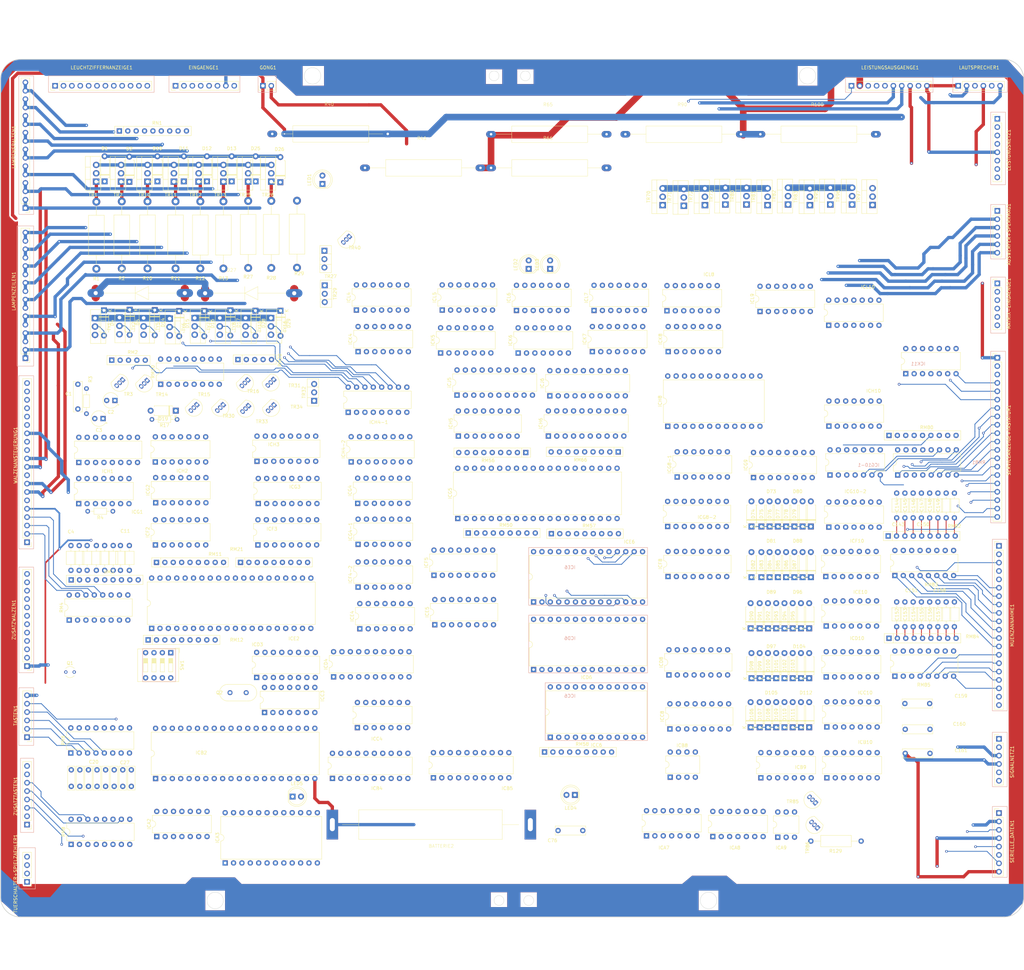
<source format=kicad_pcb>
(kicad_pcb (version 20221018) (generator pcbnew)
  (layers (0 "F.Cu" signal) (31 "B.Cu" signal) (34 "B.Paste" user) (35 "F.Paste" user) (36 "B.SilkS" user "B.Silkscreen") (37 "F.SilkS" user "F.Silkscreen") (38 "B.Mask" user) (39 "F.Mask" user) (44 "Edge.Cuts" user))
  (net 0 "")
  (net 1 "GNDPWR")
  (net 6 "Net-(D14-K)")
  (net 7 "GND")
  (net 9 "A7")
  (net 10 "A6")
  (net 11 "A5")
  (net 12 "A4")
  (net 13 "A3")
  (net 14 "A2")
  (net 15 "A1")
  (net 16 "A0")
  (net 17 "D0")
  (net 18 "D1")
  (net 19 "D2")
  (net 20 "D3")
  (net 21 "D4")
  (net 22 "D5")
  (net 23 "D6")
  (net 24 "Net-(D4-A)")
  (net 25 "D7")
  (net 27 "A10")
  (net 30 "A9")
  (net 31 "A8")
  (net 33 "+24V")
  (net 34 "+48V")
  (net 36 "A12")
  (net 37 "A11")
  (net 38 "A13")
  (net 65 "+5V")
  (net 66 "Net-(D5-A)")
  (net 67 "+15V")
  (net 68 "+12V")
  (net 73 "Net-(RM81-R6.2)")
  (net 74 "Net-(RM81-R8.2)")
  (net 75 "unconnected-(ICG10-1E-VSS-Pad7)")
  (net 76 "Net-(RM81-R7.2)")
  (net 86 "Net-(ICH4-1-O7)")
  (net 87 "Net-(ICH4-1-O6)")
  (net 88 "Net-(ICH4-1-O5)")
  (net 89 "Net-(ICH4-1-O4)")
  (net 90 "Net-(ICH4-1-O3)")
  (net 91 "Net-(ICH4-1-O2)")
  (net 92 "Net-(ICH4-1-O1)")
  (net 93 "Net-(SERVICEANZEIGE+TASTATUR1-Pin_3)")
  (net 99 "Net-(SERVICEANZEIGE+TASTATUR1-Pin_4)")
  (net 104 "Net-(LAMPENSPALTEN1-Pin_1)")
  (net 105 "Net-(LAMPENSPALTEN1-Pin_3)")
  (net 106 "Net-(LAMPENSPALTEN1-Pin_5)")
  (net 107 "Net-(LAMPENSPALTEN1-Pin_7)")
  (net 108 "Net-(LAMPENSPALTEN1-Pin_10)")
  (net 109 "Net-(LAMPENSPALTEN1-Pin_11)")
  (net 110 "Net-(LAMPENSPALTEN1-Pin_13)")
  (net 111 "Net-(LAMPENSPALTEN1-Pin_15)")
  (net 112 "Net-(TR32-C)")
  (net 113 "Net-(TR1-B)")
  (net 114 "Net-(TR2-B)")
  (net 115 "Net-(TR10-B)")
  (net 116 "Net-(TR11-B)")
  (net 117 "Net-(TR12-B)")
  (net 118 "Net-(TR13-B)")
  (net 119 "Net-(TR25-B)")
  (net 120 "Net-(TR26-B)")
  (net 121 "Net-(D1-K)")
  (net 122 "Net-(RM81-R1.1)")
  (net 123 "Net-(RM81-R2.1)")
  (net 124 "Net-(RM81-R3.1)")
  (net 125 "Net-(RM81-R4.1)")
  (net 126 "Net-(RM81-R5.1)")
  (net 127 "Net-(RM81-R6.1)")
  (net 128 "Net-(RM81-R7.1)")
  (net 129 "Net-(RM81-R8.1)")
  (net 135 "unconnected-(SERVICEANZEIGE+TASTATUR1-Pin_5-Pad5)")
  (net 136 "unconnected-(SERVICEANZEIGE+TASTATUR1-Pin_6-Pad6)")
  (net 137 "unconnected-(SERVICEANZEIGE+TASTATUR1-Pin_15-Pad15)")
  (net 138 "unconnected-(SERVICEANZEIGE+TASTATUR1-Pin_16-Pad16)")
  (net 139 "unconnected-(SERVICEANZEIGE+TASTATUR1-Pin_17-Pad17)")
  (net 140 "unconnected-(SERVICEANZEIGE+TASTATUR1-Pin_18-Pad18)")
  (net 141 "unconnected-(SERVICEANZEIGE+TASTATUR1-Pin_19-Pad19)")
  (net 142 "unconnected-(SERVICEANZEIGE+TASTATUR1-Pin_20-Pad20)")
  (net 146 "unconnected-(GONG1-Pin_2-Pad2)")
  (net 147 "Net-(D15-A)")
  (net 148 "Net-(D16-A)")
  (net 149 "Net-(D17-A)")
  (net 152 "unconnected-(LAUTSPRECHER1-Pin_6-Pad6)")
  (net 162 "unconnected-(AUSWERFER+SPERRMAG1-Pin_2-Pad2)")
  (net 163 "unconnected-(AUSWERFER+SPERRMAG1-Pin_3-Pad3)")
  (net 164 "unconnected-(AUSWERFER+SPERRMAG1-Pin_4-Pad4)")
  (net 165 "unconnected-(AUSWERFER+SPERRMAG1-Pin_5-Pad5)")
  (net 166 "unconnected-(AUSWERFER+SPERRMAG1-Pin_6-Pad6)")
  (net 167 "unconnected-(LEISTUNGSAUSGAENGE1-Pin_1-Pad1)")
  (net 172 "unconnected-(LEISTUNGSAUSGAENGE1-Pin_6-Pad6)")
  (net 173 "unconnected-(LEISTUNGSAUSGAENGE1-Pin_7-Pad7)")
  (net 174 "unconnected-(LEISTUNGSAUSGAENGE1-Pin_8-Pad8)")
  (net 182 "unconnected-(MUENZANNAHME1-Pin_3-Pad3)")
  (net 186 "unconnected-(SERIELLE_DATEN1-Pin_3-Pad3)")
  (net 187 "unconnected-(SERIELLE_DATEN1-Pin_5-Pad5)")
  (net 189 "unconnected-(TASTEN1-Pin_5-Pad5)")
  (net 193 "unconnected-(WALZENANSTEUERUNG1-Pin_5-Pad5)")
  (net 195 "unconnected-(WALZENANSTEUERUNG1-Pin_7-Pad7)")
  (net 196 "unconnected-(WALZENANSTEUERUNG1-Pin_8-Pad8)")
  (net 198 "unconnected-(WALZENANSTEUERUNG1-Pin_10-Pad10)")
  (net 199 "unconnected-(WALZENANSTEUERUNG1-Pin_11-Pad11)")
  (net 204 "unconnected-(ZUSATZTASTEN1-Pin_3-Pad3)")
  (net 205 "unconnected-(ZUSATZTASTEN1-Pin_4-Pad4)")
  (net 208 "unconnected-(ZUSATZWALZEN1-Pin_1-Pad1)")
  (net 285 "Net-(D1-A)")
  (net 286 "Net-(D27-K)")
  (net 289 "Net-(D28-A)")
  (net 291 "Net-(D29-A)")
  (net 293 "Net-(D14-A)")
  (net 301 "Net-(RM6-R2.1)")
  (net 302 "Net-(RM6-R3.1)")
  (net 303 "Net-(RM6-R4.1)")
  (net 304 "Net-(RM6-R5.1)")
  (net 365 "Net-(MUENZANNAHME1-Pin_6)")
  (net 366 "Net-(MUENZANNAHME1-Pin_7)")
  (net 367 "Net-(MUENZANNAHME1-Pin_8)")
  (net 368 "Net-(MUENZANNAHME1-Pin_9)")
  (net 369 "Net-(MUENZANNAHME1-Pin_10)")
  (net 370 "Net-(MUENZANNAHME1-Pin_11)")
  (net 371 "Net-(MUENZANNAHME1-Pin_12)")
  (net 372 "Net-(MUENZANNAHME1-Pin_13)")
  (net 373 "Net-(RM4-R5.2)")
  (net 374 "Net-(RM4-R4.2)")
  (net 375 "Net-(RM4-R3.2)")
  (net 376 "Net-(RM8-R7.2)")
  (net 377 "Net-(RM8-R3.2)")
  (net 378 "Net-(MUENZANNAHME1-Pin_14)")
  (net 379 "Net-(MUENZANNAHME1-Pin_15)")
  (net 380 "Net-(MUENZANNAHME1-Pin_16)")
  (net 381 "Net-(MUENZANNAHME1-Pin_17)")
  (net 382 "Net-(MUENZANNAHME1-Pin_18)")
  (net 475 "VCC")
  (net 628 "Net-(TR70-E)")
  (net 629 "Net-(TR82-E)")
  (net 1055 "Net-(ICF2-Pad14)")
  (net 1056 "Net-(WALZENANSTEUERUNG1-Pin_15)")
  (net 1128 "Net-(TY1-K)")
  (net 1129 "Net-(TY15-K)")
  (net 1140 "Net-(RM3-R1)")
  (net 1141 "Net-(RM3-R2)")
  (net 1142 "Net-(RM3-R3)")
  (net 1143 "Net-(RM3-R4)")
  (net 1146 "Net-(RM3-R7)")
  (net 1352 "Net-(D73-K)")
  (net 1354 "Net-(D85-K)")
  (net 1356 "Net-(D89-K)")
  (net 1382 "Net-(D100-K)")
  (net 1502 "Net-(D105-K)")
  (net 1583 "unconnected-(RM80-R5-Pad6)")
  (net 1588 "Net-(RM82-R1)")
  (net 1590 "Net-(RM82-R2)")
  (net 1592 "Net-(RM82-R3)")
  (net 1594 "Net-(RM82-R4)")
  (net 1597 "Net-(RM82-R5)")
  (net 1599 "Net-(RM82-R6)")
  (net 1601 "Net-(RM82-R7)")
  (net 1603 "Net-(RM82-R8)")
  (net 1605 "Net-(RM84-R1)")
  (net 1607 "Net-(RM84-R2)")
  (net 1609 "Net-(RM84-R3)")
  (net 1611 "Net-(RM84-R4)")
  (net 1613 "Net-(RM84-R5)")
  (net 1615 "Net-(RM84-R6)")
  (net 1617 "Net-(RM84-R7)")
  (net 1619 "Net-(RM84-R8)")
  (footprint "Resistor_THT:R_Axial_DIN0414_L11.9mm_D4.5mm_P20.32mm_Horizontal" (layer "F.Cu") (at 184.5 143.4 90)
    (fp_text reference "R10")
    (fp_text value "R")
  )
  (footprint "BigOnes:BigResistor" (layer "F.Cu") (at 267.65 112.9)
    (fp_text reference "R41")
    (fp_text value "R")
  )
  (footprint "Resistor_THT:R_Axial_DIN0414_L11.9mm_D4.5mm_P20.32mm_Horizontal" (layer "F.Cu") (at 215 143.24 90)
    (fp_text reference "R27")
    (fp_text value "R")
  )
  (footprint "Connector_PinHeader_2.54mm:PinHeader_1x20_P2.54mm_Vertical" (layer "F.Cu") (at 148 226.4 180)
    (fp_text reference "WALZENANSTEUERUNG1")
    (fp_text value "Conn_01x20_Pin")
  )
  (footprint "LED_THT:LED_D5.0mm" (layer "F.Cu") (at 314 303 180)
    (fp_text reference "LED4")
    (fp_text value "LED")
  )
  (footprint "Package_TO_SOT_THT:TO-220-3_Vertical" (layer "F.Cu") (at 184.5 117.08 90)
    (fp_text reference "TR10")
    (fp_text value "BDX34B")
  )
  (footprint "Package_DIP:DIP-8_W7.62mm" (layer "F.Cu") (at 342.88 297.62 90)
    (fp_text reference "ICB8")
    (fp_text value "ICM7555xP")
  )
  (footprint "Package_TO_SOT_THT:TO-220-3_Vertical" (layer "F.Cu") (at 372.4 124.2 90)
    (fp_text reference "TR81")
    (fp_text value "Q_NPN_Darlington_BCE")
  )
  (footprint "Resistor_THT:R_Array_SIP9" (layer "F.Cu") (at 175.98 101.7)
    (fp_text reference "RN1")
    (fp_text value "R_Network08")
  )
  (footprint "Package_DIP:DIP-14_W7.62mm" (layer "F.Cu") (at 390.16 267.2 90)
    (fp_text reference "ICD10")
    (fp_text value "4066")
  )
  (footprint "Package_TO_SOT_THT:TO-92_Inline" (layer "F.Cu") (at 386.898026 305.398026 135)
    (fp_text reference "TR85")
    (fp_text value "BC237")
  )
  (footprint "Capacitor_THT:C_Axial_L3.8mm_D2.6mm_P7.50mm_Horizontal" (layer "F.Cu") (at 421.5 252 90)
    (fp_text reference "C155")
    (fp_text value "C")
  )
  (footprint "Package_DIP:DIP-16_W7.62mm" (layer "F.Cu") (at 342.8 283 90)
    (fp_text reference "ICC8")
    (fp_text value "74LS42")
  )
  (footprint "Resistor_THT:R_Axial_DIN0414_L11.9mm_D4.5mm_P20.32mm_Horizontal" (layer "F.Cu") (at 222 143.24 90)
    (fp_text reference "R28")
    (fp_text value "R")
  )
  (footprint "Resistor_THT:R_Array_SIP9" (layer "F.Cu") (at 306.88 223.8)
    (fp_text reference "RM57")
    (fp_text value "R_Network08")
  )
  (footprint "Resistor_THT:R_Array_SIP9" (layer "F.Cu") (at 327.12 199 180)
    (fp_text reference "RM66")
    (fp_text value "R_Network08")
  )
  (footprint "Diode_THT:D_A-405_P7.62mm_Horizontal" (layer "F.Cu") (at 370 282.5 90)
    (fp_text reference "D106")
    (fp_text value "D")
  )
  (footprint "Package_DIP:DIP-16_W7.62mm" (layer "F.Cu") (at 271.3 236.4 90)
    (fp_text reference "ICF5")
    (fp_text value "74LS42")
  )
  (footprint "Resistor_THT:R_Array_SIP9" (layer "F.Cu") (at 184.68 256)
    (fp_text reference "RM12")
    (fp_text value "R_Network08")
  )
  (footprint "Resistor_THT:R_Axial_DIN0414_L11.9mm_D4.5mm_P20.32mm_Horizontal" (layer "F.Cu") (at 193 143.4 90)
    (fp_text reference "R11")
    (fp_text value "R")
  )
  (footprint "Connector_PinHeader_2.54mm:PinHeader_1x12_P2.54mm_Vertical" (layer "F.Cu") (at 156.5 88 90)
    (fp_text reference "LEUCHTZIFFERNANZEIGE1")
    (fp_text value "Conn_01x12_Pin")
  )
  (footprint "Diode_THT:D_A-405_P7.62mm_Horizontal" (layer "F.Cu") (at 171.3 156.1 -90)
    (fp_text reference "D4")
    (fp_text value "D")
  )
  (footprint "Package_DIP:DIP-20_W7.62mm" (layer "F.Cu") (at 305.975 194.2 90)
    (fp_text reference "ICH6")
    (fp_text value "74AHC273")
  )
  (footprint "Capacitor_THT:C_Rect_L9.0mm_W2.5mm_P7.50mm_MKT" (layer "F.Cu") (at 163.4 186 90)
    (fp_text reference "C1")
    (fp_text value "C")
  )
  (footprint "Connector_PinHeader_2.54mm:PinHeader_1x02_P2.54mm_Vertical" (layer "F.Cu") (at 219.46 88 90)
    (fp_text reference "GONG1")
    (fp_text value "Conn_01x02_Pin")
  )
  (footprint "Package_TO_SOT_THT:TO-126-3_Vertical" (layer "F.Cu") (at 238.1 138.02 -90)
    (fp_text reference "TR27")
    (fp_text value "BD140")
  )
  (footprint "Diode_THT:D_A-405_P7.62mm_Horizontal" (layer "F.Cu") (at 367.25 252.5 90)
    (fp_text reference "D89")
    (fp_text value "D")
  )
  (footprint "Package_TO_SOT_THT:TO-92_Inline" (layer "F.Cu") (at 199.443468 184.697416 -135)
    (fp_text reference "TR15")
    (fp_text value "BC237")
  )
  (footprint "Connector_PinHeader_2.54mm:PinHeader_1x16_P2.54mm_Vertical" (layer "F.Cu") (at 147.5 125.08 180)
    (fp_text reference "LAMPENSPALTEN1")
    (fp_text value "Conn_01x16_Male")
  )
  (footprint "Connector_PinHeader_2.54mm:PinHeader_1x06_P2.54mm_Vertical" (layer "F.Cu") (at 430.15 88 90)
    (fp_text reference "LAUTSPRECHER1")
    (fp_text value "Conn_01x06_Pin")
  )
  (footprint "Diode_THT:D_A-405_P7.62mm_Horizontal" (layer "F.Cu") (at 377.5 267.62 90)
    (fp_text reference "D101")
    (fp_text value "D")
  )
  (footprint "Package_DIP:DIP-14_W7.62mm" (layer "F.Cu") (at 335.7 315.4 90)
    (fp_text reference "ICA7")
    (fp_text value "4066")
  )
  (footprint "Package_DIP:DIP-16_W7.62mm" (layer "F.Cu") (at 410.97 267 90)
    (fp_text reference "RM85")
    (fp_text value "R_Pack08")
  )
  (footprint "BigOnes:BigResistor" (layer "F.Cu") (at 346.55 102.7)
    (fp_text reference "R90")
    (fp_text value "R")
  )
  (footprint "Package_TO_SOT_THT:TO-220-3_Vertical" (layer "F.Cu") (at 378.6 124 90)
    (fp_text reference "TR82")
    (fp_text value "Q_NPN_Darlington_BCE")
  )
  (footprint "Package_DIP:DIP-14_W7.62mm" (layer "F.Cu") (at 248.3 240 90)
    (fp_text reference "ICF4-2")
    (fp_text value "4013")
  )
  (footprint "Package_DIP:DIP-16_W7.62mm" (layer "F.Cu") (at 218.06 214.67 90)
    (fp_text reference "ICG3")
    (fp_text value "4051")
  )
  (footprint "Package_DIP:DIP-14_W7.62mm" (layer "F.Cu") (at 186.875 202.05 90)
    (fp_text reference "ICH2")
    (fp_text value "LM324")
  )
  (footprint "Package_DIP:DIP-16_W7.62mm" (layer "F.Cu") (at 217.96 227.2 90)
    (fp_text reference "ICF3")
    (fp_text value "4028")
  )
  (footprint "Connector_PinHeader_2.54mm:PinHeader_1x04_P2.54mm_Vertical" (layer "F.Cu") (at 148 329.36 180)
    (fp_text reference "TUERSCHALTER+SPIELZAEHLER1")
    (fp_text value "Conn_01x04_Pin")
  )
  (footprint "Diode_THT:D_A-405_P7.62mm_Horizontal" (layer "F.Cu") (at 217.2 156.2 -90)
    (fp_text reference "D28")
    (fp_text value "D")
  )
  (footprint "Package_DIP:DIP-24_W15.24mm" (layer "F.Cu") (at 306.56 285.5 90)
    (fp_text reference "ICC6")
    (fp_text value "CXK5816PN-12L")
  )
  (footprint "Package_DIP:DIP-16_W7.62mm" (layer "F.Cu") (at 246.2 202.02 90)
    (fp_text reference "ICH4-2")
    (fp_text value "4520")
  )
  (footprint "Capacitor_THT:C_Axial_L3.8mm_D2.6mm_P7.50mm_Horizontal" (layer "F.Cu") (at 176.3 234.9 90)
    (fp_text reference "C10" hide)
    (fp_text value "C")
  )
  (footprint "Package_TO_SOT_THT:TO-92_Inline" (layer "F.Cu") (at 215.093468 184.997416 -135)
    (fp_text reference "TR33")
    (fp_text value "BC237")
  )
  (footprint "Diode_THT:D_A-405_P7.62mm_Horizontal" (layer "F.Cu") (at 375 282.5 90)
    (fp_text reference "D108")
    (fp_text value "D")
  )
  (footprint "Diode_THT:D_A-405_P7.62mm_Horizontal" (layer "F.Cu") (at 385 252.5 90)
    (fp_text reference "D96")
    (fp_text value "D")
  )
  (footprint "Capacitor_THT:C_Axial_L3.8mm_D2.6mm_P7.50mm_Horizontal" (layer "F.Cu") (at 171.5 234.9 90)
    (fp_text reference "C8" hide)
    (fp_text value "C")
  )
  (footprint "Capacitor_THT:C_Axial_L3.8mm_D2.6mm_P7.50mm_Horizontal" (layer "F.Cu") (at 174.1 234.9 90)
    (fp_text reference "C9" hide)
    (fp_text value "C")
  )
  (footprint "Connector_PinHeader_2.54mm:PinHeader_1x10_P2.54mm_Vertical" (layer "F.Cu") (at 397.8 88 90)
    (fp_text reference "LEISTUNGSAUSGAENGE1")
    (fp_text value "Conn_01x10_Pin")
  )
  (footprint "Package_TO_SOT_THT:TO-220-3_Vertical" (layer "F.Cu") (at 347 124.4 90)
    (fp_text reference "TR71")
    (fp_text value "Q_NPN_Darlington_BCE")
  )
  (footprint "Package_DIP:DIP-14_W7.62mm" (layer "F.Cu") (at 319.8 156.12 90)
    (fp_text reference "ICL7")
    (fp_text value "LM324")
  )
  (footprint "Connector_PinHeader_2.54mm:PinHeader_1x20_P2.54mm_Vertical" (layer "F.Cu") (at 442.5 227.5)
    (fp_text reference "MUENZANNAHME1")
    (fp_text value "Conn_01x20_Pin")
  )
  (footprint "Package_DIP:DIP-14_W7.62mm" (layer "F.Cu") (at 355.8 315.62 90)
    (fp_text reference "ICA8")
    (fp_text value "40106")
  )
  (footprint "Diode_THT:D_A-405_P7.62mm_Horizontal" (layer "F.Cu") (at 370.5 221.62 90)
    (fp_text reference "D74")
    (fp_text value "D")
  )
  (footprint "Diode_THT:D_A-405_P7.62mm_Horizontal" (layer "F.Cu") (at 171.5 117 90)
    (fp_text reference "D1")
    (fp_text value "D")
  )
  (footprint "Package_DIP:DIP-40_W15.24mm" (layer "F.Cu") (at 278.52 219.2 90)
    (fp_text reference "ICG5")
    (fp_text value "~")
  )
  (footprint "Package_DIP:DIP-40_W15.24mm" (layer "F.Cu") (at 186.94 298.04 90)
    (fp_text reference "ICB2")
    (fp_text value "8085")
  )
  (footprint "Capacitor_THT:C_Rect_L7.0mm_W2.0mm_P5.00mm" (layer "F.Cu") (at 164 300.4 90)
    (fp_text reference "C21" hide)
    (fp_text value "C")
  )
  (footprint "Diode_THT:D_A-405_P7.62mm_Horizontal" (layer "F.Cu") (at 210 117 90)
    (fp_text reference "D13")
    (fp_text value "D")
  )
  (footprint "Resistor_THT:R_Axial_DIN0414_L11.9mm_D4.5mm_P20.32mm_Horizontal" (layer "F.Cu") (at 229.8 143.16 90)
    (fp_text reference "R29")
    (fp_text value "R")
  )
  (footprint "Package_TO_SOT_THT:TO-220-3_Vertical" (layer "F.Cu") (at 353.4 124.2 90)
    (fp_text reference "TR72")
    (fp_text value "Q_NPN_Darlington_BCE")
  )
  (footprint "Diode_THT:D_A-405_P7.62mm_Horizontal" (layer "F.Cu") (at 380.5 221.62 90)
    (fp_text reference "D78")
    (fp_text value "D")
  )
  (footprint "Package_DIP:DIP-16_W7.62mm" (layer "F.Cu") (at 163.685 202.2 90)
    (fp_text reference "ICH1")
    (fp_text value "4098")
  )
  (footprint "Package_TO_SOT_THT:TO-92_Inline" (layer "F.Cu") (at 184.393468 177.347416 -135)
    (fp_text reference "TR14")
    (fp_text value "BC237")
  )
  (footprint "Package_TO_SOT_THT:TO-220-3_Vertical" (layer "F.Cu") (at 183.32 158.4 -90)
    (fp_text reference "TY5")
    (fp_text value "TIC126")
  )
  (footprint "Resistor_THT:R_Array_SIP5" (layer "F.Cu") (at 173.66 171.2)
    (fp_text reference "RM2")
    (fp_text value "R_Network04")
  )
  (footprint "Resistor_THT:R_Array_SIP9" (layer "F.Cu") (at 408.92 224.5)
    (fp_text reference "RM82")
    (fp_text value "R_Network08")
  )
  (footprint "Package_DIP:DIP-16_W7.62mm" (layer "F.Cu") (at 368.125 206.8 90)
    (fp_text reference "ICG9")
    (fp_text value "~")
  )
  (footprint "Package_TO_SOT_THT:TO-220-3_Vertical" (layer "F.Cu") (at 198.8 158.4 -90)
    (fp_text reference "TY7")
    (fp_text value "TIC126")
  )
  (footprint "Package_TO_SOT_THT:TO-126-3_Vertical" (layer "F.Cu") (at 235 183.5 90)
    (fp_text reference "TR32")
    (fp_text value "BD679")
  )
  (footprint "Diode_THT:D_A-405_P7.62mm_Horizontal" (layer "F.Cu") (at 380 267.62 90)
    (fp_text reference "D102")
    (fp_text value "D")
  )
  (footprint "Resistor_THT:R_Array_SIP9" (layer "F.Cu") (at 304.8 290)
    (fp_text reference "RM58")
    (fp_text value "R_Network08")
  )
  (footprint "LED_THT:LED_D5.0mm" (layer "F.Cu") (at 300 143.5 90)
    (fp_text reference "LED2")
    (fp_text value "LED")
  )
  (footprint "Package_TO_SOT_THT:TO-220-3_Vertical" (layer "F.Cu") (at 340.6 124.2 90)
    (fp_text reference "TR70")
    (fp_text value "Q_NPN_Darlington_BCE")
  )
  (footprint "Resistor_THT:R_Array_SIP9" (layer "F.Cu") (at 212.68 232.5)
    (fp_text reference "RM21")
    (fp_text value "R_Network08")
  )
  (footprint "Diode_THT:D_A-405_P7.62mm_Horizontal" (layer "F.Cu") (at 224.75 117.25 90)
    (fp_text reference "D26")
    (fp_text value "D")
  )
  (footprint "Package_DIP:DIP-16_W7.62mm" (layer "F.Cu") (at 217.675 201.85 90)
    (fp_text reference "ICH3")
    (fp_text value "4040")
  )
  (footprint "Diode_THT:D_A-405_P7.62mm_Horizontal" (layer "F.Cu") (at 372.5 267.62 90)
    (fp_text reference "D99")
    (fp_text value "D")
  )
  (footprint "Package_TO_SOT_THT:TO-220-3_Vertical" (layer "F.Cu") (at 176.5 117.08 90)
    (fp_text reference "TR2")
    (fp_text value "BDX34B")
  )
  (footprint "Package_DIP:DIP-14_W7.62mm" (layer "F.Cu") (at 247.8 156 90)
    (fp_text reference "ICL4")
    (fp_text value "4093")
  )
  (footprint "Capacitor_THT:C_Rect_L7.0mm_W2.0mm_P5.00mm" (layer "F.Cu") (at 174.4 300.4 90)
    (fp_text reference "C25" hide)
    (fp_text value "C")
  )
  (footprint "Package_DIP:DIP-14_W7.62mm" (layer "F.Cu") (at 248.175 214.6 90)
    (fp_text reference "ICG4")
    (fp_text value "LM324")
  )
  (footprint "Diode_THT:D_A-405_P7.62mm_Horizontal" (layer "F.Cu") (at 367.5 221.62 90)
    (fp_text reference "D73")
    (fp_text value "D")
  )
  (footprint "Resistor_THT:R_Axial_DIN0204_L3.6mm_D1.6mm_P7.62mm_Horizontal" (layer "F.Cu") (at 166 187.42 90)
    (fp_text reference "R3")
    (fp_text value "R")
  )
  (footprint "Package_DIP:DIP-6_W7.62mm" (layer "F.Cu") (at 375.475 315.8 90)
    (fp_text reference "ICA9")
    (fp_text value "CNY17-1")
  )
  (footprint "Diode_THT:D_A-405_P7.62mm_Horizontal" (layer "F.Cu") (at 375.5 221.62 90)
    (fp_text reference "D76")
    (fp_text value "D")
  )
  (footprint "Package_DIP:DIP-20_W7.62mm" (layer "F.Cu") (at 306.42 182 90)
    (fp_text reference "ICJ6")
    (fp_text value "74AHC273")
  )
  (footprint "Package_TO_SOT_THT:TO-220-3_Vertical" (layer "F.Cu") (at 391.4 124 90)
    (fp_text reference "TR95")
    (fp_text value "Q_NPN_Darlington_BCE")
  )
  (footprint "Package_DIP:DIP-14_W7.62mm" (layer "F.Cu") (at 296.8 169.02 90)
    (fp_text reference "ICK6")
    (fp_text value "LM324")
  )
  (footprint "Diode_THT:D_A-405_P7.62mm_Horizontal" (layer "F.Cu") (at 193.07 186.5 180)
    (fp_text reference "D19")
    (fp_text value "D")
  )
  (footprint "BigOnes:BigResistor" (layer "F.Cu") (at 305.85 102.7)
    (fp_text reference "R65")
    (fp_text value "R")
  )
  (footprint "Capacitor_THT:C_Axial_L3.8mm_D2.6mm_P7.50mm_Horizontal" (layer "F.Cu") (at 414 219 90)
    (fp_text reference "C144")
    (fp_text value "C")
  )
  (footprint "Diode_THT:D_A-405_P7.62mm_Horizontal" (layer "F.Cu") (at 385.5 237 90)
    (fp_text reference "D88")
    (fp_text value "D")
  )
  (footprint "Diode_THT:D_A-405_P7.62mm_Horizontal" (layer "F.Cu") (at 382.5 252.5 90)
    (fp_text reference "D95")
    (fp_text value "D")
  )
  (footprint "Diode_THT:D_A-405_P7.62mm_Horizontal" (layer "F.Cu") (at 385 282.5 90)
    (fp_text reference "D112")
    (fp_text value "D")
  )
  (footprint "LED_THT:LED_D5.0mm" (layer "F.Cu") (at 237.5 117.775 90)
    (fp_text reference "LED1")
    (fp_text value "LED")
  )
  (footprint "Diode_THT:D_A-405_P7.62mm_Horizontal" (layer "F.Cu") (at 380 252.5 90)
    (fp_text reference "D94")
    (fp_text value "D")
  )
  (footprint "LED_THT:LED_D5.0mm" (layer "F.Cu") (at 306.5 143.5 90)
    (fp_text reference "LED3")
    (fp_text value "LED")
  )
  (footprint "Package_DIP:DIP-14_W7.62mm" (layer "F.Cu") (at 391.3 206 90)
    (fp_text reference "ICG10-1")
    (fp_text value "4066")
  )
  (footprint "Package_DIP:DIP-14_W7.62mm" (layer "F.Cu") (at 248.3 168.62 90)
    (fp_text reference "ICK4")
    (fp_text value "4013")
  )
  (footprint "Diode_THT:D_A-405_P7.62mm_Horizontal" (layer "F.Cu") (at 194.1 156.3 -90)
    (fp_text reference "D15")
    (fp_text value "D")
  )
  (footprint "Connector_PinHeader_2.54mm:PinHeader_1x20_P2.54mm_Vertical" (layer "F.Cu") (at 442 170.46)
    (fp_text reference "SERVICEANZEIGE+TASTATUR1")
    (fp_text value "Conn_01x20_Male")
  )
  (footprint "Package_DIP:DIP-14_W7.62mm" (layer "F.Cu") (at 390.16 251.8 90)
    (fp_text reference "ICE10")
    (fp_text value "4066")
  )
  (footprint "Capacitor_THT:C_Axial_L3.8mm_D2.6mm_P7.50mm_Horizontal" (layer "F.Cu") (at 426.5 252 90)
    (fp_text reference "C157")
    (fp_text value "C")
  )
  (footprint "Capacitor_THT:C_Axial_L3.8mm_D2.6mm_P7.50mm_Horizontal" (layer "F.Cu") (at 416.5 219 90)
    (fp_text reference "C145")
    (fp_text value "C")
  )
  (footprint "Diode_THT:D_A-405_P7.62mm_Horizontal" (layer "F.Cu") (at 224.8 156.2 -90)
    (fp_text reference "D29")
    (fp_text value "D")
  )
  (footprint "Capacitor_THT:C_Axial_L3.8mm_D2.6mm_P7.50mm_Horizontal" (layer "F.Cu") (at 419 219 90)
    (fp_text reference "C146")
    (fp_text value "C")
  )
  (footprint "Package_DIP:DIP-14_W7.62mm" (layer "F.Cu") (at 248.3 227.02 90)
    (fp_text reference "ICG4-1")
    (fp_text value "LM324")
  )
  (footprint "Package_TO_SOT_THT:TO-92_Inline" (layer "F.Cu") (at 245.643468 133.697416 -135)
    (fp_text reference "TR40")
    (fp_text value "BC557")
  )
  (footprint "Package_DIP:DIP-14_W7.62mm" (layer "F.Cu") (at 273.3 169 90)
    (fp_text reference "ICK5")
    (fp_text value "LM324")
  )
  (footprint "Package_DIP:DIP-16_W7.62mm" (layer "F.Cu") (at 342.22 236.8 90)
    (fp_text reference "ICF8")
    (fp_text value "CD4051B")
  )
  (footprint "Capacitor_THT:C_Axial_L3.8mm_D2.6mm_P7.50mm_Horizontal" (layer "F.Cu") (at 421.5 219 90)
    (fp_text reference "C147")
    (fp_text value "C")
  )
  (footprint "Package_DIP:DIP-14_W7.62mm" (layer "F.Cu") (at 186.96 214.42 90)
    (fp_text reference "ICG2")
    (fp_text value "LM324")
  )
  (footprint "Package_TO_SOT_THT:TO-220-3_Vertical" (layer "F.Cu") (at 192.5 117.08 90)
    (fp_text reference "TR11")
    (fp_text value "BDX34B")
  )
  (footprint "Package_TO_SOT_THT:TO-92_Inline" (layer "F.Cu") (at 176.95 177.15 -135)
    (fp_text reference "TR3")
    (fp_text value "BC237")
  )
  (footprint "Package_TO_SOT_THT:TO-220-3_Vertical" (layer "F.Cu") (at 221.9 158.4 -90)
    (fp_text reference "TY16")
    (fp_text value "TIC126")
  )
  (footprint "Connector_PinHeader_2.54mm:PinHeader_1x08_P2.54mm_Vertical" (layer "F.Cu") (at 442.5 308.5)
    (fp_text reference "SERIELLE_DATEN1")
    (fp_text value "Conn_01x08_Pin")
  )
  (footprint "Resistor_THT:R_Axial_DIN0204_L3.6mm_D1.6mm_P7.62mm_Horizontal" (layer "F.Cu") (at 174 217 180)
    (fp_text reference "R4")
    (fp_text value "R")
  )
  (footprint "Package_DIP:DIP-16_W7.62mm" (layer "F.Cu") (at 161.34 318 90)
    (fp_text reference "RM8")
    (fp_text value "R_Pack08")
  )
  (footprint "Package_DIP:DIP-16_W7.62mm" (layer "F.Cu") (at 342.5 266.62 90)
    (fp_text reference "ICD8")
    (fp_text value "CD4051B")
  )
  (footprint "Diode_THT:D_A-405_P7.62mm_Horizontal" (layer "F.Cu") (at 375 267.62 90)
    (fp_text reference "D100")
    (fp_text value "D")
  )
  (footprint "Package_DIP:DIP-16_W7.62mm" (layer "F.Cu") (at 160.76 250 90)
    (fp_text reference "RM4")
    (fp_text value "R_Pack08")
  )
  (footprint "Crystal:Crystal_HC18-U_Vertical" (layer "F.Cu") (at 209.5 272)
    (fp_text reference "Q2")
    (fp_text value "Crystal")
  )
  (footprint "Capacitor_THT:C_Axial_L3.8mm_D2.6mm_P7.50mm_Horizontal" (layer "F.Cu") (at 426.5 219 90)
    (fp_text reference "C149")
    (fp_text value "C")
  )
  (footprint "Package_TO_SOT_THT:TO-92_Inline" (layer "F.Cu") (at 222.743468 177.047416 -135)
    (fp_text reference "TR31")
    (fp_text value "BC237")
  )
  (footprint "Package_DIP:DIP-16_W7.62mm" (layer "F.Cu") (at 245.3 187 90)
    (fp_text reference "ICH4-1")
    (fp_text value "ULN2004A")
  )
  (footprint "Package_DIP:DIP-14_W7.62mm" (layer "F.Cu") (at 390.36 282.4 90)
    (fp_text reference "ICC10")
    (fp_text value "4066")
  )
  (footprint "Diode_THT:D_A-405_P7.62mm_Horizontal" (layer "F.Cu") (at 179.1 155.9 -90)
    (fp_text reference "D5")
    (fp_text value "D")
  )
  (footprint "Package_TO_SOT_THT:TO-220-3_Vertical" (layer "F.Cu") (at 398 124 90)
    (fp_text reference "TR96")
    (fp_text value "Q_NPN_Darlington_BCE")
  )
  (footprint "Resistor_THT:R_Array_SIP9" (layer "F.Cu") (at 409.18 194)
    (fp_text reference "RM80")
    (fp_text value "R_Network08")
  )
  (footprint "Package_DIP:DIP-14_W7.62mm" (layer "F.Cu") (at 219.96 278.02 90)
    (fp_text reference "ICC3")
    (fp_text value "74LS04")
  )
  (footprint "Resistor_THT:R_Array_SIP9" (layer "F.Cu") (at 161.36 237.8)
    (fp_text reference "RM3")
    (fp_text value "R_Network08")
  )
  (footprint "Resistor_THT:R_Array_SIP5" (layer "F.Cu") (at 211.9 171)
    (fp_text reference "RM20")
    (fp_text value "R_Network04")
  )
  (footprint "Package_DIP:DIP-16_W7.62mm" (layer "F.Cu") (at 342.1 221.62 90)
    (fp_text reference "ICG8-2")
    (fp_text value "4040")
  )
  (footprint "Package_DIP:DIP-24_W15.24mm" (layer "F.Cu") (at 342.14 191.24 90)
    (fp_text reference "ICH8")
    (fp_text value "CD74HC4067M")
  )
  (footprint "Package_TO_SOT_THT:TO-220-3_Vertical" (layer "F.Cu") (at 206.4 158.4 -90)
    (fp_text reference "TY8")
    (fp_text value "TIC126")
  )
  (footprint "Capacitor_THT:C_Rect_L7.0mm_W2.0mm_P5.00mm" (layer "F.Cu") (at 161.4 300.4 90)
    (fp_text reference "C20")
    (fp_text value "C")
  )
  (footprint "Diode_THT:D_A-405_P7.62mm_Horizontal" (layer "F.Cu") (at 383 237 90)
    (fp_text reference "D87")
    (fp_text value "D")
  )
  (footprint "Package_TO_SOT_THT:TO-220-3_Vertical" (layer "F.Cu") (at 404.2 124.14 90)
    (fp_text reference "TR97")
    (fp_text value "Q_NPN_Darlington_BCE")
  )
  (footprint "Diode_THT:D_A-405_P7.62mm_Horizontal" (layer "F.Cu") (at 195.5 117 90)
    (fp_text reference "D11")
    (fp_text value "D")
  )
  (footprint "Capacitor_THT:C_Rect_L9.0mm_W2.5mm_P7.50mm_MKT" (layer "F.Cu") (at 308.9 313.8)
    (fp_text reference "C76")
    (fp_text value "C")
  )
  (footprint "BigOnes:BigDiode" (layer "F.Cu") (at 182.3 150.85)
    (fp_text reference "D3")
    (fp_text value "D")
  )
  (footprint "Package_DIP:DIP-14_W7.62mm" (layer "F.Cu") (at 248.1 282.6 90)
    (fp_text reference "ICC4")
    (fp_text value "74LS00")
  )
  (footprint "Package_DIP:DIP-20_W7.62mm" (layer "F.Cu") (at 278.28 181.8 90)
    (fp_text reference "ICJ5")
    (fp_text value "74AHC273")
  )
  (footprint "Diode_THT:D_A-405_P7.62mm_Horizontal" (layer "F.Cu") (at 375.5 237 90)
    (fp_text reference "D84")
    (fp_text value "D")
  )
  (footprint "Diode_THT:D_A-405_P7.62mm_Horizontal" (layer "F.Cu") (at 382.5 282.5 90)
    (fp_text reference "D111")
    (fp_text value "D")
  )
  (footprint "Diode_THT:D_A-405_P7.62mm_Horizontal" (layer "F.Cu") (at 367.5 237 90)
    (fp_text reference "D81")
    (fp_text value "D")
  )
  (footprint "Button_Switch_THT:SW_DIP_SPSTx04_Slide_9.78x12.34mm_W7.62mm_P2.54mm" (layer "F.Cu") (at 191.54 259.88 -90)
    (fp_text reference "SW1")
    (fp_text value "SW_DIP_x04")
  )
  (footprint "Connector_PinHeader_2.54mm:PinHeader_1x08_P2.54mm_Vertical" (layer "F.Cu") (at 442 98)
    (fp_text reference "LEISTUNGSNETZ1")
    (fp_text value "Conn_01x08_Male")
  )
  (footprint "Package_DIP:DIP-14_W7.62mm" (layer "F.Cu") (at 273.8 156 90)
    (fp_text reference "ICL5")
    (fp_text value "LM324")
  )
  (footprint "Capacitor_THT:C_Axial_L3.8mm_D2.6mm_P7.50mm_Horizontal" (layer "F.Cu") (at 429 252 90)
    (fp_text reference "C158")
    (fp_text value "C")
  )
  (footprint "Package_DIP:DIP-14_W7.62mm" (layer "F.Cu") (at 341.9 156.22 90)
    (fp_text reference "ICL8")
    (fp_text value "4013")
  )
  (footprint "Capacitor_THT:CP_Radial_Tantal_D4.5mm_P2.50mm" (layer "F.Cu") (at 174.628856 183.4 180)
    (fp_text reference "C2")
    (fp_text value "C")
  )
  (footprint "Package_TO_SOT_THT:TO-220-3_Vertical" (layer "F.Cu") (at 176 158.26 -90)
    (fp_text reference "TY2")
    (fp_text value "TIC126")
  )
  (footprint "Package_DIP:DIP-16_W7.62mm" (layer "F.Cu") (at 217.56 267.4 90)
    (fp_text reference "ICD3")
    (fp_text value "74LS257")
  )
  (footprint "Package_DIP:DIP-14_W7.62mm" (layer "F.Cu") (at 390.9 160.62 90)
    (fp_text reference "ICL10")
    (fp_text value "NE556")
  )
  (footprint "Capacitor_THT:C_Axial_L3.8mm_D2.6mm_P7.50mm_Horizontal" (layer "F.Cu") (at 429 219 90)
    (fp_text reference "C150")
    (fp_text value "C")
  )
  (footprint "Diode_THT:D_A-405_P7.62mm_Horizontal" (layer "F.Cu") (at 367.25 282.5 90)
    (fp_text reference "D105")
    (fp_text value "D")
  )
  (footprint "Package_DIP:DIP-20_W7.62mm" (layer "F.Cu") (at 240.88 267.2 90)
    (fp_text reference "ICD4")
    (fp_text value "74LS244")
  )
  (footprint "Diode_THT:D_A-405_P7.62mm_Horizontal" (layer "F.Cu") (at 383 221.62 90)
    (fp_text reference "D79")
    (fp_text value "D")
  )
  (footprint "Resistor_THT:R_Array_SIP9" (layer "F.Cu") (at 299.12 199.2 180)
    (fp_text reference "RM56")
    (fp_text value "R_Network08")
  )
  (footprint "Capacitor_THT:C_Axial_L3.8mm_D2.6mm_P7.50mm_Horizontal" (layer "F.Cu") (at 414 252 90)
    (fp_text reference "C152")
    (fp_text value "C")
  )
  (footprint "Diode_THT:D_A-405_P7.62mm_Horizontal" (layer "F.Cu") (at 373 237 90)
    (fp_text reference "D83")
    (fp_text value "D")
  )
  (footprint "Package_TO_SOT_THT:TO-220-3_Vertical" (layer "F.Cu") (at 359.6 124 90)
    (fp_text reference "TR73")
    (fp_text value "Q_NPN_Darlington_BCE")
  )
  (footprint "Package_DIP:DIP-28_W15.24mm" (layer "F.Cu") (at 301.48 265 90)
    (fp_text reference "ICD6")
    (fp_text value "27128")
  )
  (footprint "Diode_THT:D_A-405_P7.62mm_Horizontal" (layer "F.Cu") (at 378 237 90)
    (fp_text reference "D85")
    (fp_text value "D")
  )
  (footprint "Crystal:Crystal_AT310_D3.0mm_L10.0mm_Vertical" (layer "F.Cu") (at 159.75 265.75)
    (fp_text reference "Q1")
    (fp_text value "Crystal")
  )
  (footprint "Package_DIP:DIP-14_W7.62mm" (layer "F.Cu") (at 390.96 221.82 90)
    (fp_text reference "ICG10-2")
    (fp_text value "4066")
  )
  (footprint "Capacitor_THT:C_Axial_L3.8mm_D2.6mm_P7.50mm_Horizontal" (layer "F.Cu") (at 411.5 252 90)
    (fp_text reference "C151")
    (fp_text value "C")
  )
  (footprint "Package_DIP:DIP-14_W7.62mm" (layer "F.Cu") (at 248.84 252.62 90)
    (fp_text reference "ICE4")
    (fp_text value "74125")
  )
  (footprint "Package_DIP:DIP-14_W7.62mm" (layer "F.Cu") (at 163.645 214.7 90)
    (fp_text reference "ICG1")
    (fp_text value "LM324")
  )
  (footprint "Package_TO_SOT_THT:TO-220-3_Vertical" (layer "F.Cu") (at 191.2 158.6 -90)
    (fp_text reference "TY6")
    (fp_text value "TIC126")
  )
  (footprint "Resistor_THT:R_Axial_DIN0204_L3.6mm_D1.6mm_P7.62mm_Horizontal" (layer "F.Cu") (at 185.83 189.15)
    (fp_text reference "R17")
    (fp_text value "R")
  )
  (footprint "Capacitor_THT:C_Rect_L7.0mm_W2.0mm_P5.00mm" (layer "F.Cu") (at 171.8 300.4 90)
    (fp_text reference "C24" hide)
    (fp_text value "C")
  )
  (footprint "Capacitor_THT:C_Rect_L7.0mm_W2.0mm_P5.00mm" (layer "F.Cu") (at 179.6 300.4 90)
    (fp_text reference "C27")
    (fp_text value "C")
  )
  (footprint "Resistor_THT:R_Array_SIP9" (layer "F.Cu") (at 281.68 223.6)
    (fp_text reference "RM50")
    (fp_text value "R_Network08")
  )
  (footprint "Resistor_THT:R_Axial_DIN0414_L11.9mm_D4.5mm_P20.32mm_Horizontal" (layer "F.Cu") (at 200.5 143.4 90)
    (fp_text reference "R12")
    (fp_text value "R")
  )
  (footprint "Capacitor_THT:C_Axial_L3.8mm_D2.6mm_P7.50mm_Horizontal" (layer "F.Cu") (at 163.8 234.9 90)
    (fp_text reference "C5" hide)
    (fp_text value "C")
  )
  (footprint "Package_TO_SOT_THT:TO-92_Inline" (layer "F.Cu") (at 207.443468 184.697416 -135)
    (fp_text reference "TR30")
    (fp_text value "BC237")
  )
  (footprint "Package_TO_SOT_THT:TO-220-3_Vertical" (layer "F.Cu") (at 168.945 117.08 90)
    (fp_text reference "TR1")
    (fp_text value "BDX34B")
  )
  (footprint "Capacitor_THT:C_Axial_L3.8mm_D2.6mm_P7.50mm_Horizontal" (layer "F.Cu") (at 411.5 219 90)
    (fp_text reference "C143")
    (fp_text value "C")
  )
  (footprint "Package_DIP:DIP-14_W7.62mm" (layer "F.Cu") (at 319.3 168.62 90)
    (fp_text reference "ICK7")
    (fp_text value "LM324")
  )
  (footprint "Connector_PinHeader_2.54mm:PinHeader_1x16_P2.54mm_Vertical" (layer "F.Cu") (at 147.5 170.6 180)
    (fp_text reference "LAMPENZEILEN1")
    (fp_text value "Conn_01x16_Pin")
  )
  (footprint "Package_DIP:DIP-16_W7.62mm" (layer "F.Cu") (at 161.26 290.3 90)
    (fp_text reference "RM6")
    (fp_text value "R_Pack08")
  )
  (footprint "Diode_THT:D_A-405_P7.62mm_Horizontal" (layer "F.Cu") (at 217.25 117 90)
    (fp_text reference "D25")
    (fp_text value "D")
  )
  (footprint "Package_DIP:DIP-14_W7.62mm" (layer "F.Cu") (at 390.04 236.8 90)
    (fp_text reference "ICF10")
    (fp_text value "4066")
  )
  (footprint "Capacitor_THT:C_Axial_L3.8mm_D2.6mm_P7.50mm_Horizontal" (layer "F.Cu") (at 424 219 90)
    (fp_text reference "C148")
    (fp_text value "C")
  )
  (footprint "Capacitor_THT:CP_Radial_Tantal_D4.5mm_P2.50mm" (layer "F.Cu") (at 171.028856 188.9 180)
    (fp_text reference "C3")
    (fp_text value "C")
  )
  (footprint "LED_THT:LED_D5.0mm" (layer "F.Cu") (at 228.46 303.5)
    (fp_text reference "LED5")
    (fp_text value "LED")
  )
  (footprint "Capacitor_THT:C_Axial_L3.8mm_D2.6mm_P7.50mm_Horizontal" (layer "F.Cu") (at 179 234.9 90)
    (fp_text reference "C11")
    (fp_text value "C")
  )
  (footprint "Diode_THT:D_A-405_P7.62mm_Horizontal" (layer "F.Cu") (at 372.5 282.5 90)
    (fp_text reference "D107")
    (fp_text value "D")
  )
  (footprint "Package_DIP:DIP-14_W7.62mm" (layer "F.Cu") (at 344.98 206.6 90)
    (fp_text reference "ICG8-1")
    (fp_text value "74LS290")
  )
  (footprint "Package_DIP:DIP-14_W7.62mm" (layer "F.Cu") (at 342.26 168.62 90)
    (fp_text reference "ICK8")
    (fp_text value "LM324")
  )
  (footprint "Resistor_THT:R_Axial_DIN0414_L11.9mm_D4.5mm_P20.32mm_Horizontal" (layer "F.Cu") (at 169 143.5 90)
    (fp_text reference "R1")
    (fp_text value "R")
  )
  (footprint "Capacitor_THT:C_Rect_L7.0mm_W2.0mm_P5.00mm" (layer "F.Cu") (at 169.2 300.4 90)
    (fp_text reference "C23" hide)
    (fp_text value "C")
  )
  (footprint "Package_TO_SOT_THT:TO-126-3_Vertical" (layer "F.Cu") (at 238.2 148.52 -90)
    (fp_text reference "TR29")
    (fp_text value "BD139")
  )
  (footprint "Package_DIP:DIP-24_W15.24mm" (layer "F.Cu") (at 208.025 323.625 90)
    (fp_text reference "ICA3")
    (fp_text value "PAL20L8")
  )
  (footprint "Diode_THT:D_A-405_P7.62mm_Horizontal" (layer "F.Cu") (at 382.5 267.62 90)
    (fp_text reference "D103")
    (fp_text value "D")
  )
  (footprint "Diode_THT:D_A-405_P7.62mm_Horizontal" (layer "F.Cu") (at 209.6 156.1 -90)
    (fp_text reference "D17")
    (fp_text value "D")
  )
  (footprint "Package_TO_SOT_THT:TO-92_Inline" (layer "F.Cu") (at 214.893468 177.197416 -135)
    (fp_text reference "TR16")
    (fp_text value "BC237")
  )
  (footprint "Package_TO_SOT_THT:TO-220-3_Vertical" (layer "F.Cu") (at 366 124 90)
    (fp_text reference "TR80")
    (fp_text value "Q_NPN_Darlington_BCE")
  )
  (footprint "Library:Batterie" (layer "F.Cu") (at 270.5 312)
    (fp_text reference "BATTERIE2")
    (fp_text value "Battery_Cell")
  )
  (footprint "Diode_THT:D_A-405_P7.62mm_Horizontal" (layer "F.Cu") (at 367.5 267.62 90)
    (fp_text reference "D97")
    (fp_text value "D")
  )
  (footprint "Package_TO_SOT_THT:TO-220-3_Vertical" (layer "F.Cu") (at 200 117.08 90)
    (fp_text reference "TR12")
    (fp_text value "BDX34B")
  )
  (footprint "Diode_THT:D_A-405_P7.62mm_Horizontal" (layer "F.Cu") (at 179 117.12 90)
    (fp_text reference "D2")
    (fp_text value "D")
  )
  (footprint "Package_TO_SOT_THT:TO-220-3_Vertical" (layer "F.Cu") (at 222 117.08 90)
    (fp_text reference "TR26")
    (fp_text value "BDX34B")
  )
  (footprint "BigOnes:BigResistor" (layer "F.Cu") (at 239.55 102.6)
    (fp_text reference "R40")
    (fp_text value "R")
  )
  (footprint "Package_DIP:DIP-16_W7.62mm" (layer "F.Cu") (at 278.7 194.22 90)
    (fp_text reference "ICH5")
    (fp_text value "74LS138")
  )
  (footprint "Package_TO_SOT_THT:TO-220-3_Vertical" (layer "F.Cu") (at 168.6 158.46 -90)
    (fp_text reference "TY1")
    (fp_text value "TIC126")
  )
  (footprint "Diode_THT:D_A-405_P7.62mm_Horizontal" (layer "F.Cu") (at 372.5 252.5 90)
    (fp_text reference "D91")
    (fp_text value "D")
  )
  (footprint "Connector_PinHeader_2.54mm:PinHeader_1x06_P2.54mm_Vertical" (layer "F.Cu") (at 148 285.5 180)
    (fp_text reference "TASTEN1")
    (fp_text value "Conn_01x06_Pin")
  )
  (footprint "Package_DIP:DIP-14_W7.62mm" (layer "F.Cu") (at 296.3 156.12 90)
    (fp_text reference "ICL6")
    (fp_text value "4093")
  )
  (footprint "Capacitor_THT:C_Axial_L3.8mm_D2.6mm_P7.50mm_Horizontal" (layer "F.Cu") (at 416.5 252 90)
    (fp_text reference "C153")
    (fp_text value "C")
  )
  (footprint "Package_DIP:DIP-16_W7.62mm" (layer "F.Cu") (at 410.97 236.5 90)
    (fp_text reference "RM83")
    (fp_text value "R_Pack08")
  )
  (footprint "Connector_PinHeader_2.54mm:PinHeader_1x06_P2.54mm_Vertical" (layer "F.Cu") (at 442 125.92)
    (fp_text reference "AUSWERFER+SPERRMAG1")
    (fp_text value "Conn_01x06_Pin")
  )
  (footprint "Capacitor_THT:C_Rect_L9.0mm_W2.5mm_P7.50mm_MKT" (layer "F.Cu") (at 414.1 283.1)
    (fp_text reference "C160")
    (fp_text value "C")
  )
  (footprint "Diode_THT:D_A-405_P7.62mm_Horizontal" (layer "F.Cu") (at 370 267.62 90)
    (fp_text reference "D98")
    (fp_text value "D")
  )
  (footprint "Capacitor_THT:C_Rect_L7.0mm_W2.0mm_P5.00mm" (layer "F.Cu") (at 166.6 300.4 90)
    (fp_text reference "C22" hide)
    (fp_text value "C")
  )
  (footprint "Package_DIP:DIP-14_W7.62mm" (layer "F.Cu") (at 390.36 297.8 90)
    (fp_text reference "ICB10")
    (fp_text value "4066")
  )
  (footprint "Connector_PinHeader_2.54mm:PinHeader_1x06_P2.54mm_Vertical" (layer "F.Cu") (at 442.5 286)
    (fp_text reference "SIGNALNETZ1")
    (fp_text value "Conn_01x06_Male")
  )
  (footprint "Connector_PinHeader_2.54mm:PinHeader_1x06_P2.54mm_Vertical" (layer "F.Cu") (at 442 147.92)
    (fp_text reference "MATRIX-EINGAENGE1")
    (fp_text value "Conn_01x06_Pin")
  )
  (footprint "Capacitor_THT:C_Rect_L9.0mm_W2.5mm_P7.50mm_MKT" (layer "F.Cu") (at 414 275.3)
    (fp_text reference "C159")
    (fp_text value "C")
  )
  (footprint "Diode_THT:D_A-405_P7.62mm_Horizontal" (layer "F.Cu") (at 380.5 237 90)
    (fp_text reference "D86")
    (fp_text value "D")
  )
  (footprint "Resistor_THT:R_Array_SIP9" (layer "F.Cu") (at 187.22 232.5)
    (fp_text reference "RM11")
    (fp_text value "R_Network08")
  )
  (footprint "Diode_THT:D_A-405_P7.62mm_Horizontal" (layer "F.Cu") (at 377.5 252.5 90)
    (fp_text reference "D93")
    (fp_text value "D")
  )
  (footprint "Package_DIP:DIP-14_W7.62mm" (layer "F.Cu") (at 414.26 175.3 90)
    (fp_text reference "ICK11")
    (fp_text value "LM324")
  )
  (footprint "BigOnes:BigResistor" (layer "F.Cu") (at 305.85 112.9)
    (fp_text reference "R66")
    (fp_text value "R")
  )
  (footprint "Diode_THT:D_A-405_P7.62mm_Horizontal" (layer "F.Cu") (at 186.7 156 -90)
    (fp_text reference "D14")
    (fp_text value "D")
  )
  (footprint "Diode_THT:D_A-405_P7.62mm_Horizontal" (layer "F.Cu") (at 385 267.62 90)
    (fp_text reference "D104")
    (fp_text value "D")
  )
  (footprint "Connector_PinHeader_2.54mm:PinHeader_1x08_P2.54mm_Vertical" (layer "F.Cu") (at 148 312 180)
    (fp_text reference "ZUSATZTASTEN1")
    (fp_text value "Conn_01x08_Pin")
  )
  (footprint "Diode_THT:D_A-405_P7.62mm_Horizontal" (layer "F.Cu") (at 377.5 282.5 90)
    (fp_text reference "D109")
    (fp_text value "D")
  )
  (footprint "Package_DIP:DIP-16_W7.62mm" (layer "F.Cu") (at 411.8 206 90)
    (fp_text reference "RM81")
    (fp_text value "R_Pack08")
  )
  (footprint "Resistor_THT:R_Array_SIP9" (layer "F.Cu") (at 409.18 255.5)
    (fp_text reference "RM84")
    (fp_text value "R_Network08")
  )
  (footprint "Package_DIP:DIP-20_W7.62mm" (layer "F.Cu") (at 271.14 297.8 90)
    (fp_text reference "ICB5")
    (fp_text value "74LS373")
  )
  (footprint "Package_DIP:DIP-14_W7.62mm" (layer "F.Cu") (at 370.36 297.8 90)
    (fp_text reference "ICB9")
    (fp_text value "4066")
  )
  (footprint "Capacitor_THT:C_Axial_L3.8mm_D2.6mm_P7.50mm_Horizontal" (layer "F.Cu") (at 419 252 90)
    (fp_text reference "C154")
    (fp_text value "C")
  )
  (footprint "Package_DIP:DIP-28_W15.24mm" (layer "F.Cu") (at 301.48 244.5 90)
    (fp_text reference "ICE6")
    (fp_text value "27128")
  )
  (footprint "Package_DIP:DIP-16_W7.62mm" (layer "F.Cu") (at 188.47 178.5 90)
    (fp_text reference "RM10")
    (fp_text value "R_Pack08")
  )
  (footprint "Diode_THT:D_A-405_P7.62mm_Horizontal" (layer "F.Cu") (at 380 282.5 90)
    (fp_text reference "D110")
    (fp_text value "D")
  )
  (footprint "Package_DIP:DIP-40_W15.24mm" (layer "F.Cu") (at 185.74 252.5 90)
    (fp_text reference "ICE2")
    (fp_text value "8256")
  )
  (footprint "Diode_THT:D_A-405_P7.62mm_Horizontal" (layer "F.Cu") (at 373 221.62 90)
    (fp_text reference "D75")
    (fp_text value "D")
  )
  (footprint "Diode_THT:D_A-405_P7.62mm_Horizontal" (layer "F.Cu") (at 378 221.62 90)
    (fp_text reference "D77")
    (fp_text value "D")
  )
  (footprint "BigOnes:BigDiode" (layer "F.Cu") (at 215.45 150.9)
    (fp_text reference "D27")
    (fp_text value "D")
  )
  (footprint "Diode_THT:D_A-405_P7.62mm_Horizontal" (layer "F.Cu") (at 202.5 117 90)
    (fp_text reference "D12")
    (fp_text value "D")
  )
  (footprint "Package_DIP:DIP-14_W7.62mm" (layer "F.Cu") (at 370.1 156.42 90)
    (fp_text reference "ICL9")
    (fp_text value "4093")
  )
  (footprint "Capacitor_THT:C_Axial_L3.8mm_D2.6mm_P7.50mm_Horizontal" (layer "F.Cu") (at 161.3 234.9 90)
    (fp_text reference "C4")
    (fp_text value "C")
  )
  (footprint "Capacitor_THT:C_Rect_L9.0mm_W2.5mm_P7.50mm_MKT" (layer "F.Cu") (at 414.1 290.4)
    (fp_text reference "C161")
    (fp_text value "C")
  )
  (footprint "Package_DIP:DIP-14_W7.62mm" (layer "F.Cu") (at 390.975 191.2 90)
    (fp_text reference "ICH10")
    (fp_text value "4066")
  )
  (footprint "Package_TO_SOT_THT:TO-220-3_Vertical" (layer "F.Cu") (at 207.5 117.08 90)
    (fp_text reference "TR13")
    (fp_text value "BDX54C")
  )
  (footprint "Resistor_THT:R_Axial_DIN0414_L11.9mm_D4.5mm_P20.32mm_Horizontal" (layer "F.Cu") (at 176.7 143.4 90)
    (fp_text reference "R2")
    (fp_text value "R")
  )
  (footprint "BigOnes:BigResistor" (layer "F.Cu") (at 387.45 102.7)
    (fp_text reference "R100")
    (fp_text value "R")
  )
  (footprint "Package_DIP:DIP-14_W7.62mm" (layer "F.Cu") (at 186.9 227.2 90)
    (fp_text reference "ICF2")
    (fp_text value "LM324")
  )
  (footprint "Connector_PinHeader_2.54mm:PinHeader_1x12_P2.54mm_Vertical" (layer "F.Cu") (at 148 263.94 180)
    (fp_text reference "ZUSATZWALZEN1")
    (fp_text value "Conn_01x12_Pin")
  )
  (footprint "Diode_THT:D_A-405_P7.62mm_Horizontal" (layer "F.Cu") (at 370.5 237 90)
    (fp_text reference "D82")
    (fp_text value "D")
  )
  (footprint "Capacitor_THT:C_Axial_L3.8mm_D2.6mm_P7.50mm_Horizontal" (layer "F.Cu") (at 424 252 90)
    (fp_text reference "C156")
    (fp_text value "C")
  )
  (footprint "Package_TO_SOT_THT:TO-220-3_Vertical" (layer "F.Cu") (at 214.2 158.4 -90)
    (fp_text reference "TY15")
    (fp_text value "TIC126")
  )
  (footprint "Package_DIP:DIP-20_W7.62mm" (layer "F.Cu") (at 240.54 298 90)
    (fp_text reference "ICB4")
    (fp_text value "74LS245")
  )
  (footprint "Resistor_THT:R_Axial_DIN0414_L11.9mm_D4.5mm_P20.32mm_Horizontal" (layer "F.Cu") (at 207.5 143.4 90)
    (fp_text reference "R13")
    (fp_text value "R")
  )
  (footprint "Diode_THT:D_A-405_P7.62mm_Horizontal" (layer "F.Cu") (at 370 252.5 90)
    (fp_text reference "D90")
    (fp_text value "D")
  )
  (footprint "Capacitor_THT:C_Axial_L3.8mm_D2.6mm_P7.50mm_Horizontal" (layer "F.Cu") (at 166.2 234.9 90)
    (fp_text reference "C6" hide)
    (fp_text value "C")
  )
  (footprint "Package_TO_SOT_THT:TO-92_Inline" (layer "F.Cu") (at 387.5 313 135)
    (fp_text reference "TR86")
    (fp_text value "BC327")
  )
  (footprint "Capacitor_THT:C_Axial_L3.8mm_D2.6mm_P7.50mm_Horizontal" (layer "F.Cu") (at 169 234.9 90)
    (fp_text reference "C7" hide)
    (fp_text value "C")
  )
  (footprint "Package_DIP:DIP-16_W7.62mm" (layer "F.Cu") (at 271.56 251.4 90)
    (fp_text reference "ICE5")
    (fp_text value "74LS42")
  )
  (footprint "Package_TO_SOT_THT:TO-92_Inline" (layer "F.Cu") (at 222.843468 184.747416 -135)
    (fp_text reference "TR34")
    (fp_text value "BC237")
  )
  (footprint "Capacitor_THT:C_Rect_L7.0mm_W2.0mm_P5.00mm" (layer "F.Cu") (at 177 300.4 90)
    (fp_text reference "C26" hide)
    (fp_text value "C")
  )
  (footprint "Diode_THT:D_A-405_P7.62mm_Horizontal" (layer "F.Cu") (at 385.5 221.62 90)
    (fp_text reference "D80")
    (fp_text value "D")
  )
  (footprint "Package_DIP:DIP-14_W7.62mm" (layer "F.Cu") (at 187.3 315.62 90)
    (fp_text reference "ICA2")
    (fp_text value "LM324")
  )
  (footprint "Resistor_THT:R_Axial_DIN0309_L9.0mm_D3.2mm_P15.24mm_Horizontal" (layer "F.Cu") (at 385.5 317)
    (fp_text reference "R129")
    (fp_text value "R")
  )
  (footprint "Connector_PinHeader_2.54mm:PinHeader_1x08_P2.54mm_Vertical" (layer "F.Cu") (at 193 88 90)
    (fp_text reference "EINGAENGE1")
    (fp_text value "Conn_01x08_Male")
  )
  (footprint "Diode_THT:D_A-405_P7.62mm_Horizontal" (layer "F.Cu") (at 375 252.5 90)
    (fp_text reference "D92")
    (fp_text value "D")
  )
  (footprint "Diode_THT:D_A-405_P7.62mm_Horizontal" (layer "F.Cu") (at 187.5 117 90)
    (fp_text reference "D10")
    (fp_text value "D")
  )
  (footprint "Package_TO_SOT_THT:TO-220-3_Vertical" (layer "F.Cu") (at 385.2 124.2 90)
    (fp_text reference "TR83")
    (fp_text value "Q_NPN_Darlington_BCE")
  )
  (footprint "Package_TO_SOT_THT:TO-220-3_Vertical" (layer "F.Cu") (at 215 117.08 90)
    (fp_text reference "TR25")
    (fp_text value "BDX34B")
  )
  (footprint "Diode_THT:D_A-405_P7.62mm_Horizontal" (layer "F.Cu") (at 201.7 156.3 -90)
    (fp_text reference "D16")
    (fp_text value "D")
  )
  (gr_rect (start 305 269) (end 336 286.5) (stroke (width 0.15)) (fill none) (layer "B.SilkS"))
  (gr_rect (start 440 168.5) (end 444.5 220.5) (stroke (width 0.15)) (fill none) (layer "B.SilkS"))
  (gr_rect (start 146 291.87) (end 150 314.37) (stroke (width 0.15)) (fill none) (layer "B.SilkS"))
  (gr_rect (start 145.5 85) (end 150 127) (stroke (width 0.15)) (fill none) (layer "B.SilkS"))
  (gr_rect (start 440 96) (end 444.5 118) (stroke (width 0.15)) (fill none) (layer "B.SilkS"))
  (gr_rect (start 440.5 306.5) (end 445 328) (stroke (width 0.15)) (fill none) (layer "B.SilkS"))
  (gr_rect (start 145 130.5) (end 150 173) (stroke (width 0.15)) (fill none) (layer "B.SilkS"))
  (gr_rect (start 300 228) (end 336 245.5) (stroke (width 0.15)) (fill none) (layer "B.SilkS"))
  (gr_rect (start 440.5 284) (end 445 300.5) (stroke (width 0.15)) (fill none) (layer "B.SilkS"))
  (gr_rect (start 145.5 175.9) (end 150 228.4) (stroke (width 0.15)) (fill none) (layer "B.SilkS"))
  (gr_rect (start 191 85) (end 212.5 90) (stroke (width 0.15)) (fill none) (layer "B.SilkS"))
  (gr_rect (start 145.5 270.5) (end 150 288) (stroke (width 0.15)) (fill none) (layer "B.SilkS"))
  (gr_rect (start 145.5 233.94) (end 150 265.94) (stroke (width 0.15)) (fill none) (layer "B.SilkS"))
  (gr_rect (start 218 85) (end 223.5 90) (stroke (width 0.15)) (fill none) (layer "B.SilkS"))
  (gr_rect (start 183 258.6475) (end 193 268.6475) (stroke (width 0.15)) (fill none) (layer "B.SilkS"))
  (gr_rect (start 300 248.5) (end 336 266) (stroke (width 0.15)) (fill none) (layer "B.SilkS"))
  (gr_rect (start 396 85.5) (end 422.5 90) (stroke (width 0.15)) (fill none) (layer "B.SilkS"))
  (gr_rect (start 440 124) (end 444.5 140.5) (stroke (width 0.15)) (fill none) (layer "B.SilkS"))
  (gr_rect (start 154.5 85) (end 186.5 90) (stroke (width 0.15)) (fill none) (layer "B.SilkS"))
  (gr_rect (start 440.5 225.5) (end 445 277.5) (stroke (width 0.15)) (fill none) (layer "B.SilkS"))
  (gr_rect (start 440 146) (end 444.5 163) (stroke (width 0.15)) (fill none) (layer "B.SilkS"))
  (gr_rect (start 145.5 319) (end 150.5 331.5) (stroke (width 0.15)) (fill none) (layer "B.SilkS"))
  (gr_rect (start 428.5 85.5) (end 445 90) (stroke (width 0.15)) (fill none) (layer "B.SilkS"))
  (gr_arc (start 449.999999 333.999999) (mid 448.24264 338.24264) (end 443.999999 339.999999) (stroke (width 0.2)) (layer "Edge.Cuts"))
  (gr_circle (center 354.5 335) (end 357 335) (stroke (width 0.1)) (fill none) (layer "Edge.Cuts"))
  (gr_line (start 443.999999 339.999999) (end 146 340) (stroke (width 0.2)) (layer "Edge.Cuts"))
  (gr_line (start 449.999999 86.000001) (end 449.999999 333.999999) (stroke (width 0.2)) (layer "Edge.Cuts"))
  (gr_circle (center 234.5 85) (end 237 85) (stroke (width 0.1)) (fill none) (layer "Edge.Cuts"))
  (gr_arc (start 443.999999 80.000001) (mid 448.24264 81.75736) (end 449.999999 86.000001) (stroke (width 0.2)) (layer "Edge.Cuts"))
  (gr_circle (center 384.5 85) (end 387 85) (stroke (width 0.1)) (fill none) (layer "Edge.Cuts"))
  (gr_arc (start 140.000001 86.000001) (mid 141.75736 81.75736) (end 146.000001 80.000001) (stroke (width 0.2)) (layer "Edge.Cuts"))
  (gr_circle (center 205 335) (end 207.5 335) (stroke (width 0.1)) (fill none) (layer "Edge.Cuts"))
  (gr_line (start 140 334) (end 140.000001 86.000001) (stroke (width 0.2)) (layer "Edge.Cuts"))
  (gr_circle (center 300 335) (end 301.5 335) (stroke (width 0.1)) (fill none) (layer "Edge.Cuts"))
  (gr_line (start 146.000001 80.000001) (end 443.999999 80.000001) (stroke (width 0.2)) (layer "Edge.Cuts"))
  (gr_arc (start 146 340) (mid 141.757359 338.242641) (end 140 334) (stroke (width 0.2)) (layer "Edge.Cuts"))
  (gr_circle (center 299 85) (end 300.5 85) (stroke (width 0.1)) (fill none) (layer "Edge.Cuts"))
  (gr_circle (center 291 335) (end 292.5 335) (stroke (width 0.1)) (fill none) (layer "Edge.Cuts"))
  (gr_circle (center 289.5 85) (end 291 85) (stroke (width 0.1)) (fill none) (layer "Edge.Cuts"))
  (gr_text "ICD6" (at 312.5 255.5) (layer "B.SilkS") (effects (font (size 1 1)) (justify mirror)))
  (gr_text "ICE6" (at 312.5 234) (layer "B.SilkS") (effects (font (size 1 1)) (justify mirror)))
  (gr_text "ICC6" (at 312.5 273) (layer "B.SilkS") (effects (font (size 1 1)) (justify mirror)))
  (segment (start 289.5 103) (end 306.4 103) (width 2) (layer "F.Cu") (net 1))
  (segment (start 391.6 93.2) (end 391.6 84.2) (width 2) (layer "F.Cu") (net 1))
  (segment (start 365 103) (end 365 95.2) (width 2) (layer "F.Cu") (net 1))
  (segment (start 306.4 103) (end 311.8 97.6) (width 2) (layer "F.Cu") (net 1))
  (segment (start 391.6 84.2) (end 392.8 83) (width 2) (layer "F.Cu") (net 1))
  (segment (start 311.8 97.6) (end 326.6 97.6) (width 2) (layer "F.Cu") (net 1))
  (segment (start 288.6 102.7) (end 288.6 112.9) (width 2) (layer "F.Cu") (net 1))
  (segment (start 437.77 88) (end 437.77 99.73) (width 1) (layer "F.Cu") (net 1))
  (segment (start 389.8 95) (end 391.6 93.2) (width 2) (layer "F.Cu") (net 1))
  (segment (start 288.6 112.9) (end 285.4 112.9) (width 2) (layer "F.Cu") (net 1))
  (segment (start 360 89.8) (end 365.2 95) (width 2) (layer "F.Cu") (net 1))
  (segment (start 400.34 84.14) (end 400.34 88) (width 2) (layer "F.Cu") (net 1))
  (segment (start 365.2 95) (end 389.8 95) (width 2) (layer "F.Cu") (net 1))
  (segment (start 326.6 97.6) (end 334.4 89.8) (width 2) (layer "F.Cu") (net 1))
  (segment (start 334.4 89.8) (end 360 89.8) (width 2) (layer "F.Cu") (net 1))
  (segment (start 437.77 99.73) (end 435.6 101.9) (width 1) (layer "F.Cu") (net 1))
  (segment (start 399.2 83) (end 400.34 84.14) (width 2) (layer "F.Cu") (net 1))
  (segment (start 365 95.2) (end 365.2 95) (width 2) (layer "F.Cu") (net 1))
  (segment (start 435.6 101.9) (end 435.6 111.9) (width 1) (layer "F.Cu") (net 1))
  (segment (start 392.8 83) (end 399.2 83) (width 2) (layer "F.Cu") (net 1))
  (via (at 426.6 320.1) (size 0.8) (drill 0.4) (layers "F.Cu" "B.Cu") (net 1))
  (via (at 435.6 111.9) (size 0.8) (drill 0.4) (layers "F.Cu" "B.Cu") (net 1))
  (segment (start 438.86 320.1) (end 426.6 320.1) (width 0.25) (layer "B.Cu") (net 1))
  (segment (start 364.3 102.7) (end 370.2 102.7) (width 2) (layer "B.Cu") (net 1))
  (segment (start 442.5 323.74) (end 438.86 320.1) (width 0.25) (layer "B.Cu") (net 1))
  (segment (start 224.7 156.1) (end 224.8 156.2) (width 1) (layer "B.Cu") (net 6))
  (segment (start 171.3 156.1) (end 224.7 156.1) (width 1) (layer "B.Cu") (net 6))
  (segment (start 235.2 304) (end 236.5 305.3) (width 1) (layer "F.Cu") (net 7))
  (segment (start 437.48 147.92) (end 437.5 147.9) (width 1) (layer "F.Cu") (net 7))
  (segment (start 235.2 298.04) (end 235.2 304) (width 1) (layer "F.Cu") (net 7))
  (segment (start 236.5 305.3) (end 239.2 305.3) (width 1) (layer "F.Cu") (net 7))
  (segment (start 239.2 305.3) (end 240.5 306.6) (width 1) (layer "F.Cu") (net 7))
  (segment (start 437.48 170.5) (end 437.48 147.92) (width 1) (layer "F.Cu") (net 7))
  (segment (start 240.5 306.6) (end 240.5 312) (width 1) (layer "F.Cu") (net 7))
  (via (at 437.5 147.9) (size 0.8) (drill 0.4) (layers "F.Cu" "B.Cu") (net 7))
  (via (at 437.48 170.5) (size 0.8) (drill 0.4) (layers "F.Cu" "B.Cu") (net 7))
  (segment (start 208.24 88) (end 208.24 84.76) (width 1) (layer "B.Cu") (net 7))
  (segment (start 240.5 312) (end 265.2 312) (width 1) (layer "B.Cu") (net 7))
  (segment (start 442.48 170.46) (end 437.52 170.46) (width 1) (layer "B.Cu") (net 7))
  (via (at 305.2 242.5) (size 0.8) (drill 0.4) (layers "F.Cu" "B.Cu") (net 17))
  (segment (start 306.094009 245.625) (end 305.2 244.730991) (width 0.25) (layer "B.Cu") (net 17))
  (segment (start 326.88 244.5) (end 325.755 245.625) (width 0.25) (layer "B.Cu") (net 17))
  (segment (start 325.755 245.625) (end 306.094009 245.625) (width 0.25) (layer "B.Cu") (net 17))
  (segment (start 305.2 244.730991) (end 305.2 242.5) (width 0.25) (layer "B.Cu") (net 17))
  (via (at 307.8 242.5) (size 0.8) (drill 0.4) (layers "F.Cu" "B.Cu") (net 18))
  (segment (start 308.675 243.375) (end 307.8 242.5) (width 0.25) (layer "B.Cu") (net 18))
  (segment (start 329.42 244.5) (end 328.295 243.375) (width 0.25) (layer "B.Cu") (net 18))
  (segment (start 328.295 243.375) (end 308.675 243.375) (width 0.25) (layer "B.Cu") (net 18))
  (via (at 311.6 241.2) (size 0.8) (drill 0.4) (layers "F.Cu" "B.Cu") (net 19))
  (segment (start 323 242.5) (end 312.9 242.5) (width 0.25) (layer "B.Cu") (net 19))
  (segment (start 331.96 244.5) (end 329.96 242.5) (width 0.25) (layer "B.Cu") (net 19))
  (segment (start 312.9 242.5) (end 311.6 241.2) (width 0.25) (layer "B.Cu") (net 19))
  (segment (start 329.96 242.5) (end 323 242.5) (width 0.25) (layer "B.Cu") (net 19))
  (via (at 318 231.3) (size 0.8) (drill 0.4) (layers "F.Cu" "B.Cu") (net 21))
  (segment (start 328.12 233.1) (end 322.4 233.1) (width 0.25) (layer "B.Cu") (net 21))
  (segment (start 331.96 229.26) (end 328.12 233.1) (width 0.25) (layer "B.Cu") (net 21))
  (segment (start 319.8 233.1) (end 318 231.3) (width 0.25) (layer "B.Cu") (net 21))
  (segment (start 322.4 233.1) (end 319.8 233.1) (width 0.25) (layer "B.Cu") (net 21))
  (via (at 320.4 230.5) (size 0.8) (drill 0.4) (layers "F.Cu" "B.Cu") (net 22))
  (segment (start 322.3 232.4) (end 320.4 230.5) (width 0.25) (layer "B.Cu") (net 22))
  (segment (start 326.28 232.4) (end 324.1 232.4) (width 0.25) (layer "B.Cu") (net 22))
  (segment (start 324.1 232.4) (end 322.3 232.4) (width 0.25) (layer "B.Cu") (net 22))
  (segment (start 329.42 229.26) (end 326.28 232.4) (width 0.25) (layer "B.Cu") (net 22))
  (via (at 323 231.1) (size 0.8) (drill 0.4) (layers "F.Cu" "B.Cu") (net 23))
  (segment (start 325.04 231.1) (end 323 231.1) (width 0.25) (layer "B.Cu") (net 23))
  (segment (start 326.88 229.26) (end 325.04 231.1) (width 0.25) (layer "B.Cu") (net 23))
  (segment (start 161 167) (end 161 153.5) (width 1) (layer "B.Cu") (net 24))
  (segment (start 164.5 152.5) (end 166 154) (width 1) (layer "B.Cu") (net 24))
  (segment (start 162 152.5) (end 164.5 152.5) (width 1) (layer "B.Cu") (net 24))
  (segment (start 168.6 161) (end 169.9 161) (width 0.25) (layer "B.Cu") (net 24))
  (segment (start 166 154) (end 214 154) (width 1) (layer "B.Cu") (net 24))
  (segment (start 159.94 168.06) (end 161 167) (width 1) (layer "B.Cu") (net 24))
  (segment (start 147.5 168.06) (end 147.5 170.6) (width 1) (layer "B.Cu") (net 24))
  (segment (start 169.9 161) (end 171.3 162.4) (width 0.25) (layer "B.Cu") (net 24))
  (segment (start 147.5 168.06) (end 159.94 168.06) (width 1) (layer "B.Cu") (net 24))
  (segment (start 171.3 162.4) (end 171.3 163.72) (width 0.25) (layer "B.Cu") (net 24))
  (segment (start 161 153.5) (end 162 152.5) (width 1) (layer "B.Cu") (net 24))
  (segment (start 421.25 90.25) (end 420.66 89.66) (width 1) (layer "F.Cu") (net 33))
  (segment (start 423.75 324.55) (end 423.8 324.6) (width 1) (layer "F.Cu") (net 33))
  (segment (start 420.66 88) (end 430.15 88) (width 1) (layer "F.Cu") (net 33))
  (segment (start 421.25 108) (end 421.25 90.25) (width 1) (layer "F.Cu") (net 33))
  (segment (start 423.75 316) (end 423.75 324.55) (width 1) (layer "F.Cu") (net 33))
  (segment (start 420.66 89.66) (end 420.66 88) (width 1) (layer "F.Cu") (net 33))
  (via (at 421.25 108) (size 0.8) (drill 0.4) (layers "F.Cu" "B.Cu") (net 33))
  (via (at 423.75 316) (size 0.8) (drill 0.4) (layers "F.Cu" "B.Cu") (net 33))
  (via (at 423.8 324.6) (size 0.8) (drill 0.4) (layers "F.Cu" "B.Cu") (net 33))
  (segment (start 421.41 108.16) (end 421.25 108) (width 1) (layer "B.Cu") (net 33))
  (segment (start 423.87 316.12) (end 423.75 316) (width 1) (layer "B.Cu") (net 33))
  (segment (start 442.5 316.12) (end 423.87 316.12) (width 1) (layer "B.Cu") (net 33))
  (segment (start 442 108.16) (end 421.41 108.16) (width 1) (layer "B.Cu") (net 33))
  (segment (start 210 84.2) (end 145.2 84.2) (width 1) (layer "F.Cu") (net 34))
  (segment (start 143.6 127.2) (end 144.6 128.2) (width 1) (layer "F.Cu") (net 34))
  (segment (start 143.6 102.8) (end 143.6 127.2) (width 1) (layer "F.Cu") (net 34))
  (segment (start 218 84.2) (end 210 84.2) (width 1) (layer "F.Cu") (net 34))
  (segment (start 145.2 84.2) (end 143.6 85.8) (width 1) (layer "F.Cu") (net 34))
  (segment (start 219.46 94.66) (end 219.46 88) (width 1) (layer "F.Cu") (net 34))
  (segment (start 226 102.6) (end 226 101.2) (width 1) (layer "F.Cu") (net 34))
  (segment (start 219.46 85.66) (end 218.6 84.8) (width 1) (layer "F.Cu") (net 34))
  (segment (start 218.6 84.8) (end 218 84.2) (width 1) (layer "F.Cu") (net 34))
  (segment (start 219.46 88) (end 219.46 85.66) (width 1) (layer "F.Cu") (net 34))
  (segment (start 143.6 85.8) (end 143.6 102.8) (width 1) (layer "F.Cu") (net 34))
  (segment (start 226 101.2) (end 219.46 94.66) (width 1) (layer "F.Cu") (net 34))
  (via (at 413 97.5) (size 0.8) (drill 0.4) (layers "F.Cu" "B.Cu") (net 34))
  (via (at 226 102.6) (size 0.8) (drill 0.4) (layers "F.Cu" "B.Cu") (net 34))
  (via (at 160.5 211.25) (size 0.8) (drill 0.4) (layers "F.Cu" "B.Cu") (net 34))
  (via (at 434.7 312.1) (size 0.8) (drill 0.4) (layers "F.Cu" "B.Cu") (net 34))
  (segment (start 439 311.7) (end 438.6 312.1) (width 1) (layer "B.Cu") (net 34))
  (segment (start 438.6 312.1) (end 434.7 312.1) (width 1) (layer "B.Cu") (net 34))
  (segment (start 154.5 197.75) (end 156.75 200) (width 1) (layer "B.Cu") (net 34))
  (segment (start 269.9 102.6) (end 273.95 98.55) (width 2) (layer "B.Cu") (net 34))
  (segment (start 158.5 201.75) (end 158.5 205.5) (width 1) (layer "B.Cu") (net 34))
  (segment (start 151.88 193.38) (end 154.5 196) (width 1) (layer "B.Cu") (net 34))
  (segment (start 257.3 102.6) (end 226 102.6) (width 2) (layer "B.Cu") (net 34))
  (segment (start 442.5 311.04) (end 439.66 311.04) (width 1) (layer "B.Cu") (net 34))
  (segment (start 154.5 196) (end 154.5 197.75) (width 1) (layer "B.Cu") (net 34))
  (segment (start 273.95 98.55) (end 275 97.5) (width 2) (layer "B.Cu") (net 34))
  (segment (start 439.66 311.04) (end 439 311.7) (width 1) (layer "B.Cu") (net 34))
  (segment (start 257.3 102.6) (end 269.9 102.6) (width 2) (layer "B.Cu") (net 34))
  (segment (start 156.75 200) (end 158.5 201.75) (width 1) (layer "B.Cu") (net 34))
  (segment (start 148 193.38) (end 151.88 193.38) (width 1) (layer "B.Cu") (net 34))
  (segment (start 275 97.5) (end 413 97.5) (width 2) (layer "B.Cu") (net 34))
  (segment (start 160.5 207.5) (end 160.5 211.25) (width 1) (layer "B.Cu") (net 34))
  (segment (start 158.5 205.5) (end 160.5 207.5) (width 1) (layer "B.Cu") (net 34))
  (via (at 211.75 147) (size 0.8) (drill 0.4) (layers "F.Cu" "B.Cu") (net 66))
  (segment (start 158.25 162) (end 158.25 152.75) (width 1) (layer "B.Cu") (net 66))
  (segment (start 203.9 145.4) (end 205.5 147) (width 1) (layer "B.Cu") (net 66))
  (segment (start 205.5 147) (end 211.75 147) (width 1) (layer "B.Cu") (net 66))
  (segment (start 158.25 152.75) (end 165.75 145.25) (width 1) (layer "B.Cu") (net 66))
  (segment (start 147.5 162.98) (end 147.5 165.52) (width 1) (layer "B.Cu") (net 66))
  (segment (start 179.1 162.2) (end 179.1 163.52) (width 0.25) (layer "B.Cu") (net 66))
  (segment (start 165.75 145.25) (end 165.9 145.4) (width 1) (layer "B.Cu") (net 66))
  (segment (start 176 160.8) (end 177.7 160.8) (width 0.25) (layer "B.Cu") (net 66))
  (segment (start 147.5 162.98) (end 157.27 162.98) (width 1) (layer "B.Cu") (net 66))
  (segment (start 177.7 160.8) (end 179.1 162.2) (width 0.25) (layer "B.Cu") (net 66))
  (segment (start 157.27 162.98) (end 158.25 162) (width 1) (layer "B.Cu") (net 66))
  (segment (start 165.9 145.4) (end 203.9 145.4) (width 1) (layer "B.Cu") (net 66))
  (via (at 430 288.5) (size 0.8) (drill 0.4) (layers "F.Cu" "B.Cu") (net 67))
  (segment (start 438 288.5) (end 430 288.5) (width 1) (layer "B.Cu") (net 67))
  (segment (start 438.25 288.75) (end 438 288.5) (width 1) (layer "B.Cu") (net 67))
  (segment (start 440.58 291.08) (end 438.25 288.75) (width 1) (layer "B.Cu") (net 67))
  (segment (start 442.5 291.08) (end 440.58 291.08) (width 1) (layer "B.Cu") (net 67))
  (segment (start 442.5 326.28) (end 433.32 326.28) (width 1) (layer "F.Cu") (net 68))
  (segment (start 431.8 327.8) (end 418 327.8) (width 1) (layer "F.Cu") (net 68))
  (segment (start 433.32 326.28) (end 431.8 327.8) (width 1) (layer "F.Cu") (net 68))
  (segment (start 415.7 292) (end 414.1 290.4) (width 1) (layer "F.Cu") (net 68))
  (segment (start 416.8 292) (end 415.7 292) (width 1) (layer "F.Cu") (net 68))
  (segment (start 418 293.2) (end 416.8 292) (width 1) (layer "F.Cu") (net 68))
  (segment (start 418 327.8) (end 418 293.2) (width 1) (layer "F.Cu") (net 68))
  (via (at 438 292.4) (size 0.8) (drill 0.4) (layers "F.Cu" "B.Cu") (net 68))
  (via (at 418 327.8) (size 0.8) (drill 0.4) (layers "F.Cu" "B.Cu") (net 68))
  (via (at 150.95 272.8) (size 0.8) (drill 0.4) (layers "F.Cu" "B.Cu") (net 68))
  (via (at 427.7 90.7) (size 0.8) (drill 0.4) (layers "F.Cu" "B.Cu") (net 68))
  (segment (start 432.69 89.81) (end 431.4 91.1) (width 1) (layer "B.Cu") (net 68))
  (segment (start 432.69 88) (end 432.69 89.81) (width 1) (layer "B.Cu") (net 68))
  (segment (start 439.22 293.62) (end 438 292.4) (width 1) (layer "B.Cu") (net 68))
  (segment (start 431.4 91.1) (end 428.1 91.1) (width 1) (layer "B.Cu") (net 68))
  (segment (start 414.1 290.4) (end 414.1 291.8) (width 1) (layer "B.Cu") (net 68))
  (segment (start 442.5 293.62) (end 439.22 293.62) (width 1) (layer "B.Cu") (net 68))
  (segment (start 414.1 291.8) (end 414.7 292.4) (width 1) (layer "B.Cu") (net 68))
  (segment (start 148 272.8) (end 150.95 272.8) (width 1) (layer "B.Cu") (net 68))
  (segment (start 428.1 91.1) (end 427.7 90.7) (width 1) (layer "B.Cu") (net 68))
  (segment (start 414.7 292.4) (end 438 292.4) (width 1) (layer "B.Cu") (net 68))
  (segment (start 407.65 204.25) (end 403.21 204.25) (width 0.25) (layer "B.Cu") (net 73))
  (segment (start 403.21 204.25) (end 401.46 206) (width 0.25) (layer "B.Cu") (net 73))
  (segment (start 411.6 200.3) (end 407.65 204.25) (width 0.25) (layer "B.Cu") (net 73))
  (segment (start 422.58 200.3) (end 411.6 200.3) (width 0.25) (layer "B.Cu") (net 73))
  (segment (start 424.5 198.38) (end 422.58 200.3) (width 0.25) (layer "B.Cu") (net 73))
  (segment (start 405.3 204.7) (end 404 206) (width 0.25) (layer "B.Cu") (net 74))
  (segment (start 426.91 201.05) (end 411.95 201.05) (width 0.25) (layer "B.Cu") (net 74))
  (segment (start 429.58 198.38) (end 426.91 201.05) (width 0.25) (layer "B.Cu") (net 74))
  (segment (start 411.95 201.05) (end 408.3 204.7) (width 0.25) (layer "B.Cu") (net 74))
  (segment (start 408.3 204.7) (end 405.3 204.7) (width 0.25) (layer "B.Cu") (net 74))
  (segment (start 406.54 207.84) (end 407.7 209) (width 0.25) (layer "B.Cu") (net 75))
  (segment (start 407.7 209) (end 413.6 209) (width 0.25) (layer "B.Cu") (net 75))
  (segment (start 406.54 206) (end 406.54 207.84) (width 0.25) (layer "B.Cu") (net 75))
  (via (at 227.8 167.2) (size 0.8) (drill 0.4) (layers "F.Cu" "B.Cu") (net 86))
  (segment (start 241.8 169.8) (end 233.6 169.8) (width 0.25) (layer "B.Cu") (net 86))
  (segment (start 253.76 172.6) (end 252.4 172.6) (width 0.25) (layer "B.Cu") (net 86))
  (segment (start 252.4 172.6) (end 244.6 172.6) (width 0.25) (layer "B.Cu") (net 86))
  (segment (start 244.6 172.6) (end 243 171) (width 0.25) (layer "B.Cu") (net 86))
  (segment (start 243 171) (end 241.8 169.8) (width 0.25) (layer "B.Cu") (net 86))
  (segment (start 230.4 169.8) (end 227.8 167.2) (width 0.25) (layer "B.Cu") (net 86))
  (segment (start 260.54 179.38) (end 253.76 172.6) (width 0.25) (layer "B.Cu") (net 86))
  (segment (start 233.6 169.8) (end 230.4 169.8) (width 0.25) (layer "B.Cu") (net 86))
  (via (at 227.2 169.2) (size 0.8) (drill 0.4) (layers "F.Cu" "B.Cu") (net 87))
  (segment (start 251.4 175) (end 247.8 175) (width 0.25) (layer "B.Cu") (net 87))
  (segment (start 243.2 173.2) (end 241.4 173.2) (width 0.25) (layer "B.Cu") (net 87))
  (segment (start 240.2 172) (end 239.4 171.2) (width 0.25) (layer "B.Cu") (net 87))
  (segment (start 229.2 171.2) (end 227.2 169.2) (width 0.25) (layer "B.Cu") (net 87))
  (segment (start 246 173.2) (end 243.2 173.2) (width 0.25) (layer "B.Cu") (net 87))
  (segment (start 258 179.38) (end 253.62 175) (width 0.25) (layer "B.Cu") (net 87))
  (segment (start 246.4 173.6) (end 246 173.2) (width 0.25) (layer "B.Cu") (net 87))
  (segment (start 253.62 175) (end 251.4 175) (width 0.25) (layer "B.Cu") (net 87))
  (segment (start 241.4 173.2) (end 240.2 172) (width 0.25) (layer "B.Cu") (net 87))
  (segment (start 231.2 171.2) (end 229.2 171.2) (width 0.25) (layer "B.Cu") (net 87))
  (segment (start 247.8 175) (end 246.4 173.6) (width 0.25) (layer "B.Cu") (net 87))
  (segment (start 239.4 171.2) (end 231.2 171.2) (width 0.25) (layer "B.Cu") (net 87))
  (via (at 226 170.4) (size 0.8) (drill 0.4) (layers "F.Cu" "B.Cu") (net 88))
  (segment (start 248.4 175.6) (end 247 175.6) (width 0.25) (layer "B.Cu") (net 88))
  (segment (start 238.65 171.65) (end 229.013604 171.65) (width 0.25) (layer "B.Cu") (net 88))
  (segment (start 239.6 172.6) (end 238.65 171.65) (width 0.25) (layer "B.Cu") (net 88))
  (segment (start 255.46 179.38) (end 251.68 175.6) (width 0.25) (layer "B.Cu") (net 88))
  (segment (start 247 175.6) (end 245.8 174.4) (width 0.25) (layer "B.Cu") (net 88))
  (segment (start 245.8 174.4) (end 245.05 173.65) (width 0.25) (layer "B.Cu") (net 88))
  (segment (start 245.05 173.65) (end 242 173.65) (width 0.25) (layer "B.Cu") (net 88))
  (segment (start 229.013604 171.65) (end 227.25 171.65) (width 0.25) (layer "B.Cu") (net 88))
  (segment (start 251.68 175.6) (end 248.4 175.6) (width 0.25) (layer "B.Cu") (net 88))
  (segment (start 242 173.65) (end 240.65 173.65) (width 0.25) (layer "B.Cu") (net 88))
  (segment (start 227.25 171.65) (end 226 170.4) (width 0.25) (layer "B.Cu") (net 88))
  (segment (start 240.65 173.65) (end 239.6 172.6) (width 0.25) (layer "B.Cu") (net 88))
  (via (at 203.6 165.4) (size 0.8) (drill 0.4) (layers "F.Cu" "B.Cu") (net 89))
  (segment (start 224.2 165.8) (end 223.8 165.4) (width 0.25) (layer "B.Cu") (net 89))
  (segment (start 224.6 171) (end 224.6 167) (width 0.25) (layer "B.Cu") (net 89))
  (segment (start 224.6 167) (end 224.6 166.2) (width 0.25) (layer "B.Cu") (net 89))
  (segment (start 244.8 174.4) (end 241.6 174.4) (width 0.25) (layer "B.Cu") (net 89))
  (segment (start 241.6 174.4) (end 240.2 174.4) (width 0.25) (layer "B.Cu") (net 89))
  (segment (start 223.8 165.4) (end 203.6 165.4) (width 0.25) (layer "B.Cu") (net 89))
  (segment (start 224.6 166.2) (end 224.2 165.8) (width 0.25) (layer "B.Cu") (net 89))
  (segment (start 226 172.4) (end 224.8 171.2) (width 0.25) (layer "B.Cu") (net 89))
  (segment (start 249.74 176.2) (end 248.6 176.2) (width 0.25) (layer "B.Cu") (net 89))
  (segment (start 248.6 176.2) (end 246.6 176.2) (width 0.25) (layer "B.Cu") (net 89))
  (segment (start 252.92 179.38) (end 249.74 176.2) (width 0.25) (layer "B.Cu") (net 89))
  (segment (start 238.2 172.4) (end 227.4 172.4) (width 0.25) (layer "B.Cu") (net 89))
  (segment (start 227.4 172.4) (end 226 172.4) (width 0.25) (layer "B.Cu") (net 89))
  (segment (start 245.2 174.8) (end 244.8 174.4) (width 0.25) (layer "B.Cu") (net 89))
  (segment (start 238.8 173) (end 238.2 172.4) (width 0.25) (layer "B.Cu") (net 89))
  (segment (start 246.6 176.2) (end 245.2 174.8) (width 0.25) (layer "B.Cu") (net 89))
  (segment (start 224.8 171.2) (end 224.6 171) (width 0.25) (layer "B.Cu") (net 89))
  (segment (start 240.2 174.4) (end 238.8 173) (width 0.25) (layer "B.Cu") (net 89))
  (via (at 195.2 166) (size 0.8) (drill 0.4) (layers "F.Cu" "B.Cu") (net 90))
  (segment (start 244.4 175.6) (end 243.8 175) (width 0.25) (layer "B.Cu") (net 90))
  (segment (start 250.38 179.38) (end 247.8 176.8) (width 0.25) (layer "B.Cu") (net 90))
  (segment (start 246.6 176.8) (end 245.6 176.8) (width 0.25) (layer "B.Cu") (net 90))
  (segment (start 223.2 168.6) (end 223.2 167.2) (width 0.25) (layer "B.Cu") (net 90))
  (segment (start 223.2 170.8) (end 223.2 168.6) (width 0.25) (layer "B.Cu") (net 90))
  (segment (start 227.2 173.6) (end 226.6 173) (width 0.25) (layer "B.Cu") (net 90))
  (segment (start 225.4 173) (end 223.2 170.8) (width 0.25) (layer "B.Cu") (net 90))
  (segment (start 223.2 167.2) (end 222.8 166.8) (width 0.25) (layer "B.Cu") (net 90))
  (segment (start 236.6 175) (end 228.6 175) (width 0.25) (layer "B.Cu") (net 90))
  (segment (start 247.8 176.8) (end 246.6 176.8) (width 0.25) (layer "B.Cu") (net 90))
  (segment (start 228.6 175) (end 227.2 173.6) (width 0.25) (layer "B.Cu") (net 90))
  (segment (start 243.8 175) (end 236.6 175) (width 0.25) (layer "B.Cu") (net 90))
  (segment (start 222.8 166.8) (end 196 166.8) (width 0.25) (layer "B.Cu") (net 90))
  (segment (start 226.6 173) (end 225.4 173) (width 0.25) (layer "B.Cu") (net 90))
  (segment (start 245.6 176.8) (end 244.4 175.6) (width 0.25) (layer "B.Cu") (net 90))
  (segment (start 196 166.8) (end 195.2 166) (width 0.25) (layer "B.Cu") (net 90))
  (segment (start 200.2 173.6) (end 199.6 173) (width 0.25) (layer "B.Cu") (net 91))
  (segment (start 224 173.6) (end 223.4 173.6) (width 0.25) (layer "B.Cu") (net 91))
  (segment (start 243.2 175.6) (end 239.8 175.6) (width 0.25) (layer "B.Cu") (net 91))
  (segment (start 223.4 173.6) (end 222.8 174.2) (width 0.25) (layer "B.Cu") (net 91))
  (segment (start 226 173.6) (end 224 173.6) (width 0.25) (layer "B.Cu") (net 91))
  (segment (start 239.8 175.6) (end 228 175.6) (width 0.25) (layer "B.Cu") (net 91))
  (segment (start 246.06 177.6) (end 245.6 177.6) (width 0.25) (layer "B.Cu") (net 91))
  (segment (start 201.2 174.2) (end 200.8 174.2) (width 0.25) (layer "B.Cu") (net 91))
  (segment (start 222.8 174.2) (end 201.2 174.2) (width 0.25) (layer "B.Cu") (net 91))
  (segment (start 228 175.6) (end 226.6 174.2) (width 0.25) (layer "B.Cu") (net 91))
  (segment (start 199.6 173) (end 192.4 173) (width 0.25) (layer "B.Cu") (net 91))
  (segment (start 245.6 177.6) (end 245.2 177.6) (width 0.25) (layer "B.Cu") (net 91))
  (segment (start 226.6 174.2) (end 226 173.6) (width 0.25) (layer "B.Cu") (net 91))
  (segment (start 245.2 177.6) (end 244 176.4) (width 0.25) (layer "B.Cu") (net 91))
  (segment (start 200.8 174.2) (end 200.2 173.6) (width 0.25) (layer "B.Cu") (net 91))
  (segment (start 247.84 179.38) (end 246.06 177.6) (width 0.25) (layer "B.Cu") (net 91))
  (segment (start 244 176.4) (end 243.2 175.6) (width 0.25) (layer "B.Cu") (net 91))
  (via (at 180 173.6) (size 0.8) (drill 0.4) (layers "F.Cu" "B.Cu") (net 92))
  (segment (start 221 174.8) (end 200.2 174.8) (width 0.25) (layer "B.Cu") (net 92))
  (segment (start 181.4 172.8) (end 180.8 172.8) (width 0.25) (layer "B.Cu") (net 92))
  (segment (start 188 175) (end 187.2 175) (width 0.25) (layer "B.Cu") (net 92))
  (segment (start 185.4 173.2) (end 185 172.8) (width 0.25) (layer "B.Cu") (net 92))
  (segment (start 242.32 176.4) (end 241.4 176.4) (width 0.25) (layer "B.Cu") (net 92))
  (segment (start 185 172.8) (end 181.4 172.8) (width 0.25) (layer "B.Cu") (net 92))
  (segment (start 180.8 172.8) (end 180 173.6) (width 0.25) (layer "B.Cu") (net 92))
  (segment (start 245.3 179.38) (end 242.32 176.4) (width 0.25) (layer "B.Cu") (net 92))
  (segment (start 200.2 174.8) (end 199.4 174) (width 0.25) (layer "B.Cu") (net 92))
  (segment (start 227.4 176.4) (end 226.4 175.4) (width 0.25) (layer "B.Cu") (net 92))
  (segment (start 188.8 175) (end 188 175) (width 0.25) (layer "B.Cu") (net 92))
  (segment (start 224.6 174.2) (end 224 174.8) (width 0.25) (layer "B.Cu") (net 92))
  (segment (start 241.4 176.4) (end 227.4 176.4) (width 0.25) (layer "B.Cu") (net 92))
  (segment (start 187.2 175) (end 185.4 173.2) (width 0.25) (layer "B.Cu") (net 92))
  (segment (start 189.6 174.2) (end 188.8 175) (width 0.25) (layer "B.Cu") (net 92))
  (segment (start 192 173.6) (end 190.2 173.6) (width 0.25) (layer "B.Cu") (net 92))
  (segment (start 199 173.6) (end 192 173.6) (width 0.25) (layer "B.Cu") (net 92))
  (segment (start 199.4 174) (end 199 173.6) (width 0.25) (layer "B.Cu") (net 92))
  (segment (start 226.4 175.4) (end 225.2 174.2) (width 0.25) (layer "B.Cu") (net 92))
  (segment (start 224 174.8) (end 221 174.8) (width 0.25) (layer "B.Cu") (net 92))
  (segment (start 225.2 174.2) (end 224.6 174.2) (width 0.25) (layer "B.Cu") (net 92))
  (segment (start 190.2 173.6) (end 189.6 174.2) (width 0.25) (layer "B.Cu") (net 92))
  (segment (start 432.28 178.08) (end 429.5 175.3) (width 0.25) (layer "B.Cu") (net 99))
  (segment (start 442 178.08) (end 432.28 178.08) (width 0.25) (layer "B.Cu") (net 99))
  (segment (start 147.5 125.08) (end 218.5 125.08) (width 1) (layer "B.Cu") (net 104))
  (segment (start 147.5 122.54) (end 147.5 125.08) (width 1) (layer "B.Cu") (net 104))
  (via (at 212 121) (size 0.8) (drill 0.4) (layers "F.Cu" "B.Cu") (net 105))
  (segment (start 161.5 121) (end 212 121) (width 1) (layer "B.Cu") (net 105))
  (segment (start 152.25 119.25) (end 159.75 119.25) (width 1) (layer "B.Cu") (net 105))
  (segment (start 159.75 119.25) (end 161.5 121) (width 1) (layer "B.Cu") (net 105))
  (segment (start 147.5 117.46) (end 147.5 120) (width 1) (layer "B.Cu") (net 105))
  (segment (start 151.5 120) (end 152.25 119.25) (width 1) (layer "B.Cu") (net 105))
  (segment (start 147.5 120) (end 151.5 120) (width 1) (layer "B.Cu") (net 105))
  (via (at 204.25 119.25) (size 0.8) (drill 0.4) (layers "F.Cu" "B.Cu") (net 106))
  (segment (start 166.25 119.25) (end 204.25 119.25) (width 1) (layer "B.Cu") (net 106))
  (segment (start 147.5 112.38) (end 147.5 114.92) (width 1) (layer "B.Cu") (net 106))
  (segment (start 165.75 118.75) (end 166.25 119.25) (width 1) (layer "B.Cu") (net 106))
  (segment (start 161.92 114.92) (end 165.75 118.75) (width 1) (layer "B.Cu") (net 106))
  (segment (start 147.5 114.92) (end 161.92 114.92) (width 1) (layer "B.Cu") (net 106))
  (via (at 196.5 107.75) (size 0.8) (drill 0.4) (layers "F.Cu" "B.Cu") (net 107))
  (segment (start 154.16 109.84) (end 156 108) (width 1) (layer "B.Cu") (net 107))
  (segment (start 147.5 109.84) (end 154.16 109.84) (width 1) (layer "B.Cu") (net 107))
  (segment (start 147.5 107.3) (end 147.5 109.84) (width 1) (layer "B.Cu") (net 107))
  (segment (start 156.22 107.78) (end 196.47 107.78) (width 1) (layer "B.Cu") (net 107))
  (segment (start 196.47 107.78) (end 196.5 107.75) (width 1) (layer "B.Cu") (net 107))
  (segment (start 156 108) (end 156.22 107.78) (width 1) (layer "B.Cu") (net 107))
  (via (at 189 105.75) (size 0.8) (drill 0.4) (layers "F.Cu" "B.Cu") (net 108))
  (segment (start 147.5 102.22) (end 147.5 104.76) (width 1) (layer "B.Cu") (net 108))
  (segment (start 155.5 106) (end 188.75 106) (width 1) (layer "B.Cu") (net 108))
  (segment (start 188.75 106) (end 189 105.75) (width 1) (layer "B.Cu") (net 108))
  (segment (start 147.5 104.76) (end 154.26 104.76) (width 1) (layer "B.Cu") (net 108))
  (segment (start 154.26 104.76) (end 155.5 106) (width 1) (layer "B.Cu") (net 108))
  (via (at 181.25 104) (size 0.8) (drill 0.4) (layers "F.Cu" "B.Cu") (net 109))
  (segment (start 151.93 99.68) (end 156.25 104) (width 1) (layer "B.Cu") (net 109))
  (segment (start 147.5 97.14) (end 147.5 99.68) (width 1) (layer "B.Cu") (net 109))
  (segment (start 147.5 99.68) (end 151.93 99.68) (width 1) (layer "B.Cu") (net 109))
  (segment (start 156.25 104) (end 181.25 104) (width 1) (layer "B.Cu") (net 109))
  (via (at 174.25 102) (size 0.8) (drill 0.4) (layers "F.Cu" "B.Cu") (net 110))
  (segment (start 147.5 94.6) (end 150.6 94.6) (width 1) (layer "B.Cu") (net 110))
  (segment (start 147.5 92.06) (end 147.5 94.6) (width 1) (layer "B.Cu") (net 110))
  (segment (start 150.6 94.6) (end 158 102) (width 1) (layer "B.Cu") (net 110))
  (segment (start 158 102) (end 174.25 102) (width 1) (layer "B.Cu") (net 110))
  (via (at 166 100) (size 0.8) (drill 0.4) (layers "F.Cu" "B.Cu") (net 111))
  (segment (start 159.75 100) (end 166 100) (width 1) (layer "B.Cu") (net 111))
  (segment (start 149.27 89.52) (end 159.75 100) (width 1) (layer "B.Cu") (net 111))
  (segment (start 147.5 86.98) (end 147.5 89.52) (width 1) (layer "B.Cu") (net 111))
  (segment (start 147.5 89.52) (end 149.27 89.52) (width 1) (layer "B.Cu") (net 111))
  (segment (start 169 123.18) (end 169 117.235) (width 1) (layer "F.Cu") (net 113))
  (segment (start 169 117.235) (end 168.945 117.18) (width 1) (layer "F.Cu") (net 113))
  (segment (start 176.7 123.08) (end 176.7 117.08) (width 1) (layer "F.Cu") (net 114))
  (segment (start 184.5 123.08) (end 184.5 117.08) (width 1) (layer "F.Cu") (net 115))
  (segment (start 193 117.08) (end 193 123.08) (width 1) (layer "F.Cu") (net 116))
  (segment (start 200.5 117.08) (end 200.5 123.08) (width 1) (layer "F.Cu") (net 117))
  (segment (start 207.5 117.08) (end 207.5 123.08) (width 1) (layer "F.Cu") (net 118))
  (segment (start 215 117.08) (end 215 122.92) (width 1) (layer "F.Cu") (net 119))
  (segment (start 222 117.08) (end 222 122.92) (width 1) (layer "F.Cu") (net 120))
  (segment (start 168.945 112) (end 222 112) (width 1) (layer "B.Cu") (net 121))
  (segment (start 440.28 193.32) (end 430.075 203.525) (width 0.25) (layer "B.Cu") (net 122))
  (segment (start 413.1 204.7) (end 411.8 206) (width 0.25) (layer "B.Cu") (net 122))
  (segment (start 421.711396 203.525) (end 420.536396 204.7) (width 0.25) (layer "B.Cu") (net 122))
  (segment (start 442 193.32) (end 440.28 193.32) (width 0.25) (layer "B.Cu") (net 122))
  (segment (start 430.075 203.525) (end 421.711396 203.525) (width 0.25) (layer "B.Cu") (net 122))
  (segment (start 420.536396 204.7) (end 413.1 204.7) (width 0.25) (layer "B.Cu") (net 122))
  (via (at 413.7 203.4) (size 0.8) (drill 0.4) (layers "F.Cu" "B.Cu") (net 123))
  (via (at 437.8 193.3) (size 0.8) (drill 0.4) (layers "F.Cu" "B.Cu") (net 123))
  (segment (start 416.4 204) (end 415.5 204) (width 0.25) (layer "B.Cu") (net 123))
  (segment (start 440.32 190.78) (end 437.8 193.3) (width 0.25) (layer "B.Cu") (net 123))
  (segment (start 421.9 202.7) (end 420.9 203.7) (width 0.25) (layer "B.Cu") (net 123))
  (segment (start 414.9 203.4) (end 413.7 203.4) (width 0.25) (layer "B.Cu") (net 123))
  (segment (start 437.8 194.4) (end 433.7 198.5) (width 0.25) (layer "B.Cu") (net 123))
  (segment (start 420.9 203.7) (end 420.6 204) (width 0.25) (layer "B.Cu") (net 123))
  (segment (start 423.8 202.7) (end 421.9 202.7) (width 0.25) (layer "B.Cu") (net 123))
  (segment (start 429.5 202.7) (end 423.8 202.7) (width 0.25) (layer "B.Cu") (net 123))
  (segment (start 420.6 204) (end 416.4 204) (width 0.25) (layer "B.Cu") (net 123))
  (segment (start 437.8 193.3) (end 437.8 194.4) (width 0.25) (layer "B.Cu") (net 123))
  (segment (start 433.7 198.5) (end 429.5 202.7) (width 0.25) (layer "B.Cu") (net 123))
  (segment (start 442 190.78) (end 440.32 190.78) (width 0.25) (layer "B.Cu") (net 123))
  (segment (start 415.5 204) (end 414.9 203.4) (width 0.25) (layer "B.Cu") (net 123))
  (via (at 436.5 191.8) (size 0.8) (drill 0.4) (layers "F.Cu" "B.Cu") (net 124))
  (via (at 416.2 202.8) (size 0.8) (drill 0.4) (layers "F.Cu" "B.Cu") (net 124))
  (segment (start 416.7 203.3) (end 416.2 202.8) (width 0.25) (layer "B.Cu") (net 124))
  (segment (start 442 188.24) (end 440.06 188.24) (width 0.25) (layer "B.Cu") (net 124))
  (segment (start 420.1 203.3) (end 417.1 203.3) (width 0.25) (layer "B.Cu") (net 124))
  (segment (start 420.4 203) (end 420.1 203.3) (width 0.25) (layer "B.Cu") (net 124))
  (segment (start 428.9 202.1) (end 425.2 202.1) (width 0.25) (layer "B.Cu") (net 124))
  (segment (start 436.5 194.5) (end 432.5 198.5) (width 0.25) (layer "B.Cu") (net 124))
  (segment (start 440.06 188.24) (end 436.5 191.8) (width 0.25) (layer "B.Cu") (net 124))
  (segment (start 432.5 198.5) (end 428.9 202.1) (width 0.25) (layer "B.Cu") (net 124))
  (segment (start 417.1 203.3) (end 416.7 203.3) (width 0.25) (layer "B.Cu") (net 124))
  (segment (start 436.5 191.8) (end 436.5 194.5) (width 0.25) (layer "B.Cu") (net 124))
  (segment (start 421.3 202.1) (end 420.4 203) (width 0.25) (layer "B.Cu") (net 124))
  (segment (start 425.2 202.1) (end 421.3 202.1) (width 0.25) (layer "B.Cu") (net 124))
  (via (at 418.9 202) (size 0.8) (drill 0.4) (layers "F.Cu" "B.Cu") (net 125))
  (segment (start 442 185.7) (end 440.1 185.7) (width 0.25) (layer "B.Cu") (net 125))
  (segment (start 435.2 194.5) (end 431.7 198) (width 0.25) (layer "B.Cu") (net 125))
  (segment (start 435.2 192.8) (end 435.2 194.5) (width 0.25) (layer "B.Cu") (net 125))
  (segment (start 428.2 201.5) (end 424.7 201.5) (width 0.25) (layer "B.Cu") (net 125))
  (segment (start 438.3 187.5) (end 435.2 190.6) (width 0.25) (layer "B.Cu") (net 125))
  (segment (start 419.4 201.5) (end 418.9 202) (width 0.25) (layer "B.Cu") (net 125))
  (segment (start 431.7 198) (end 428.2 201.5) (width 0.25) (layer "B.Cu") (net 125))
  (segment (start 435.2 190.6) (end 435.2 192.8) (width 0.25) (layer "B.Cu") (net 125))
  (segment (start 424.7 201.5) (end 419.4 201.5) (width 0.25) (layer "B.Cu") (net 125))
  (segment (start 440.1 185.7) (end 438.3 187.5) (width 0.25) (layer "B.Cu") (net 125))
  (segment (start 440.14 195.86) (end 432.025 203.975) (width 0.25) (layer "B.Cu") (net 126))
  (segment (start 432.025 203.975) (end 423.985 203.975) (width 0.25) (layer "B.Cu") (net 126))
  (segment (start 423.985 203.975) (end 421.96 206) (width 0.25) (layer "B.Cu") (net 126))
  (segment (start 442 195.86) (end 440.14 195.86) (width 0.25) (layer "B.Cu") (net 126))
  (segment (start 442 198.4) (end 440.1 198.4) (width 0.25) (layer "B.Cu") (net 127))
  (segment (start 440.1 198.4) (end 434.075 204.425) (width 0.25) (layer "B.Cu") (net 127))
  (segment (start 426.075 204.425) (end 424.5 206) (width 0.25) (layer "B.Cu") (net 127))
  (segment (start 434.075 204.425) (end 426.075 204.425) (width 0.25) (layer "B.Cu") (net 127))
  (segment (start 442 200.94) (end 440.06 200.94) (width 0.25) (layer "B.Cu") (net 128))
  (segment (start 428.165 204.875) (end 427.04 206) (width 0.25) (layer "B.Cu") (net 128))
  (segment (start 440.06 200.94) (end 436.125 204.875) (width 0.25) (layer "B.Cu") (net 128))
  (segment (start 436.125 204.875) (end 428.165 204.875) (width 0.25) (layer "B.Cu") (net 128))
  (segment (start 429.58 206) (end 437.5 206) (width 0.25) (layer "B.Cu") (net 129))
  (segment (start 440.02 203.48) (end 442 203.48) (width 0.25) (layer "B.Cu") (net 129))
  (segment (start 437.5 206) (end 440.02 203.48) (width 0.25) (layer "B.Cu") (net 129))
  (via (at 427.75 177.25) (size 0.8) (drill 0.4) (layers "F.Cu" "B.Cu") (net 135))
  (segment (start 431.12 180.62) (end 427.75 177.25) (width 0.25) (layer "B.Cu") (net 135))
  (segment (start 442 180.62) (end 431.12 180.62) (width 0.25) (layer "B.Cu") (net 135))
  (via (at 412.25 178.5) (size 0.8) (drill 0.4) (layers "F.Cu" "B.Cu") (net 136))
  (segment (start 442 183.16) (end 430.91 183.16) (width 0.25) (layer "B.Cu") (net 136))
  (segment (start 430.91 183.16) (end 427 179.25) (width 0.25) (layer "B.Cu") (net 136))
  (segment (start 427 179.25) (end 426.25 178.5) (width 0.25) (layer "B.Cu") (net 136))
  (segment (start 426.25 178.5) (end 412.25 178.5) (width 0.25) (layer "B.Cu") (net 136))
  (via (at 431.3 207.8) (size 0.8) (drill 0.4) (layers "F.Cu" "B.Cu") (net 137))
  (segment (start 438.5 207.8) (end 440.28 206.02) (width 0.25) (layer "B.Cu") (net 137))
  (segment (start 431.3 207.8) (end 438.5 207.8) (width 0.25) (layer "B.Cu") (net 137))
  (segment (start 440.28 206.02) (end 442 206.02) (width 0.25) (layer "B.Cu") (net 137))
  (via (at 432.8 209.2) (size 0.8) (drill 0.4) (layers "F.Cu" "B.Cu") (net 138))
  (segment (start 433.44 208.56) (end 432.8 209.2) (width 0.25) (layer "B.Cu") (net 138))
  (segment (start 442 208.56) (end 433.44 208.56) (width 0.25) (layer "B.Cu") (net 138))
  (via (at 433.4 211.6) (size 0.8) (drill 0.4) (layers "F.Cu" "B.Cu") (net 139))
  (segment (start 442 211.1) (end 433.9 211.1) (width 0.25) (layer "B.Cu") (net 139))
  (segment (start 433.9 211.1) (end 433.4 211.6) (width 0.25) (layer "B.Cu") (net 139))
  (via (at 434 214.3) (size 0.8) (drill 0.4) (layers "F.Cu" "B.Cu") (net 140))
  (segment (start 442 213.64) (end 434.66 213.64) (width 0.25) (layer "B.Cu") (net 140))
  (segment (start 434.66 213.64) (end 434 214.3) (width 0.25) (layer "B.Cu") (net 140))
  (via (at 430.1 215.4) (size 0.8) (drill 0.4) (layers "F.Cu" "B.Cu") (net 141))
  (segment (start 432.8 217.4) (end 432.1 217.4) (width 0.25) (layer "B.Cu") (net 141))
  (segment (start 437.7 217.4) (end 432.8 217.4) (width 0.25) (layer "B.Cu") (net 141))
  (segment (start 432.1 217.4) (end 430.1 215.4) (width 0.25) (layer "B.Cu") (net 141))
  (segment (start 438.92 216.18) (end 438.1 217) (width 0.25) (layer "B.Cu") (net 141))
  (segment (start 442 216.18) (end 438.92 216.18) (width 0.25) (layer "B.Cu") (net 141))
  (segment (start 438.1 217) (end 437.7 217.4) (width 0.25) (layer "B.Cu") (net 141))
  (via (at 414.8 222.5) (size 0.8) (drill 0.4) (layers "F.Cu" "B.Cu") (net 142))
  (segment (start 442 218.72) (end 432.48 218.72) (width 0.25) (layer "B.Cu") (net 142))
  (segment (start 428.7 222.5) (end 414.8 222.5) (width 0.25) (layer "B.Cu") (net 142))
  (segment (start 432.48 218.72) (end 430.5 220.7) (width 0.25) (layer "B.Cu") (net 142))
  (segment (start 430.5 220.7) (end 428.7 222.5) (width 0.25) (layer "B.Cu") (net 142))
  (segment (start 263 101.6) (end 263 105.6) (width 1) (layer "F.Cu") (net 146))
  (segment (start 223.2 92.8) (end 224.2 93.8) (width 1) (layer "F.Cu") (net 146))
  (segment (start 222 88) (end 222 91.6) (width 1) (layer "F.Cu") (net 146))
  (segment (start 222 91.6) (end 223.2 92.8) (width 1) (layer "F.Cu") (net 146))
  (segment (start 259.8 98.4) (end 263 101.6) (width 1) (layer "F.Cu") (net 146))
  (segment (start 255.2 93.8) (end 259.8 98.4) (width 1) (layer "F.Cu") (net 146))
  (segment (start 251.6 93.8) (end 255.2 93.8) (width 1) (layer "F.Cu") (net 146))
  (segment (start 224.2 93.8) (end 251.6 93.8) (width 1) (layer "F.Cu") (net 146))
  (via (at 196.5 138.75) (size 0.8) (drill 0.4) (layers "F.Cu" "B.Cu") (net 147))
  (segment (start 164.25 138.75) (end 196.5 138.75) (width 1) (layer "B.Cu") (net 147))
  (segment (start 192.74 161.14) (end 194.1 162.5) (width 0.25) (layer "B.Cu") (net 147))
  (segment (start 163 140) (end 164.25 138.75) (width 1) (layer "B.Cu") (net 147))
  (segment (start 194.1 162.5) (end 194.1 163.92) (width 0.25) (layer "B.Cu") (net 147))
  (segment (start 150.18 152.82) (end 163 140) (width 1) (layer "B.Cu") (net 147))
  (segment (start 147.5 152.82) (end 150.18 152.82) (width 1) (layer "B.Cu") (net 147))
  (segment (start 147.5 152.82) (end 147.5 155.36) (width 1) (layer "B.Cu") (net 147))
  (segment (start 191.2 161.14) (end 192.74 161.14) (width 0.25) (layer "B.Cu") (net 147))
  (via (at 188.75 137) (size 0.8) (drill 0.4) (layers "F.Cu" "B.Cu") (net 148))
  (segment (start 147.5 147.74) (end 147.5 150.28) (width 1) (layer "B.Cu") (net 148))
  (segment (start 147.5 147.74) (end 150.26 147.74) (width 1) (layer "B.Cu") (net 148))
  (segment (start 161 137) (end 188.75 137) (width 1) (layer "B.Cu") (net 148))
  (segment (start 201.7 162.5) (end 201.7 163.92) (width 0.25) (layer "B.Cu") (net 148))
  (segment (start 200.14 160.94) (end 201.7 162.5) (width 0.25) (layer "B.Cu") (net 148))
  (segment (start 150.26 147.74) (end 157.5 140.5) (width 1) (layer "B.Cu") (net 148))
  (segment (start 157.5 140.5) (end 161 137) (width 1) (layer "B.Cu") (net 148))
  (segment (start 198.8 160.94) (end 200.14 160.94) (width 0.25) (layer "B.Cu") (net 148))
  (via (at 157.75 135.25) (size 0.8) (drill 0.4) (layers "F.Cu" "B.Cu") (net 149))
  (via (at 181.25 135.25) (size 0.8) (drill 0.4) (layers "F.Cu" "B.Cu") (net 149))
  (segment (start 157.75 135.25) (end 181.25 135.25) (width 1) (layer "B.Cu") (net 149))
  (segment (start 209.6 161.8) (end 208.74 160.94) (width 0.25) (layer "B.Cu") (net 149))
  (segment (start 147.5 142.66) (end 150.34 142.66) (width 1) (layer "B.Cu") (net 149))
  (segment (start 147.5 142.66) (end 147.5 145.2) (width 1) (layer "B.Cu") (net 149))
  (segment (start 208.74 160.94) (end 206.4 160.94) (width 0.25) (layer "B.Cu") (net 149))
  (segment (start 150.34 142.66) (end 157.75 135.25) (width 1) (layer "B.Cu") (net 149))
  (segment (start 209.6 163.72) (end 209.6 161.8) (width 0.25) (layer "B.Cu") (net 149))
  (segment (start 440.9 93.1) (end 422.8 93.1) (width 1) (layer "B.Cu") (net 152))
  (segment (start 420.3 93.1) (end 418.8 91.6) (width 1) (layer "B.Cu") (net 152))
  (segment (start 441 93) (end 440.9 93.1) (width 1) (layer "B.Cu") (net 152))
  (segment (start 422.8 93.1) (end 420.3 93.1) (width 1) (layer "B.Cu") (net 152))
  (segment (start 442.85 88) (end 442.85 91.15) (width 1) (layer "B.Cu") (net 152))
  (segment (start 442.85 91.15) (end 441 93) (width 1) (layer "B.Cu") (net 152))
  (via (at 400.25 141) (size 0.8) (drill 0.4) (layers "F.Cu" "B.Cu") (net 162))
  (segment (start 430 132.5) (end 428.5 134) (width 1) (layer "B.Cu") (net 162))
  (segment (start 428.5 134) (end 427.25 134) (width 1) (layer "B.Cu") (net 162))
  (segment (start 409 141) (end 400.25 141) (width 1) (layer "B.Cu") (net 162))
  (segment (start 427.25 134) (end 424.25 137) (width 1) (layer "B.Cu") (net 162))
  (segment (start 434.04 128.46) (end 430 132.5) (width 1) (layer "B.Cu") (net 162))
  (segment (start 442 128.46) (end 434.04 128.46) (width 1) (layer "B.Cu") (net 162))
  (segment (start 421.75 137) (end 419.75 139) (width 1) (layer "B.Cu") (net 162))
  (segment (start 424.25 137) (end 421.75 137) (width 1) (layer "B.Cu") (net 162))
  (segment (start 411.25 143.25) (end 409 141) (width 1) (layer "B.Cu") (net 162))
  (segment (start 418 143.25) (end 411.25 143.25) (width 1) (layer "B.Cu") (net 162))
  (segment (start 419.75 141.5) (end 418 143.25) (width 1) (layer "B.Cu") (net 162))
  (segment (start 419.75 139) (end 419.75 141.5) (width 1) (layer "B.Cu") (net 162))
  (via (at 393.75 142.75) (size 0.8) (drill 0.4) (layers "F.Cu" "B.Cu") (net 163))
  (segment (start 442 131) (end 435.5 131) (width 1) (layer "B.Cu") (net 163))
  (segment (start 422.5 143.5) (end 421 143.5) (width 1) (layer "B.Cu") (net 163))
  (segment (start 409 144.25) (end 407.5 142.75) (width 1) (layer "B.Cu") (net 163))
  (segment (start 421 143.5) (end 420 144.5) (width 1) (layer "B.Cu") (net 163))
  (segment (start 419.25 145.25) (end 411 145.25) (width 1) (layer "B.Cu") (net 163))
  (segment (start 430.75 141.5) (end 428.75 143.5) (width 1) (layer "B.Cu") (net 163))
  (segment (start 428.75 143.5) (end 422.5 143.5) (width 1) (layer "B.Cu") (net 163))
  (segment (start 435.5 131) (end 432.25 134.25) (width 1) (layer "B.Cu") (net 163))
  (segment (start 407.5 142.75) (end 393.75 142.75) (width 1) (layer "B.Cu") (net 163))
  (segment (start 430.75 135.75) (end 430.75 139.5) (width 1) (layer "B.Cu") (net 163))
  (segment (start 430.75 139.5) (end 430.75 141.5) (width 1) (layer "B.Cu") (net 163))
  (segment (start 420 144.5) (end 419.25 145.25) (width 1) (layer "B.Cu") (net 163))
  (segment (start 410 145.25) (end 409 144.25) (width 1) (layer "B.Cu") (net 163))
  (segment (start 432.25 134.25) (end 430.75 135.75) (width 1) (layer "B.Cu") (net 163))
  (segment (start 411 145.25) (end 410 145.25) (width 1) (layer "B.Cu") (net 163))
  (via (at 390.75 144.75) (size 0.8) (drill 0.4) (layers "F.Cu" "B.Cu") (net 164))
  (segment (start 421.25 146.25) (end 420.25 147.25) (width 1) (layer "B.Cu") (net 164))
  (segment (start 420.25 147.25) (end 414.25 147.25) (width 1) (layer "B.Cu") (net 164))
  (segment (start 432.5 136.5) (end 432.5 140.25) (width 1) (layer "B.Cu") (net 164))
  (segment (start 434.5 134.5) (end 432.5 136.5) (width 1) (layer "B.Cu") (net 164))
  (segment (start 432.5 140.25) (end 432.5 142.75) (width 1) (layer "B.Cu") (net 164))
  (segment (start 432.5 142.75) (end 431.25 144) (width 1) (layer "B.Cu") (net 164))
  (segment (start 435.46 133.54) (end 434.5 134.5) (width 1) (layer "B.Cu") (net 164))
  (segment (start 422.25 145.25) (end 421.25 146.25) (width 1) (layer "B.Cu") (net 164))
  (segment (start 442 133.54) (end 435.46 133.54) (width 1) (layer "B.Cu") (net 164))
  (segment (start 430 145.25) (end 426.25 145.25) (width 1) (layer "B.Cu") (net 164))
  (segment (start 409 147.25) (end 407.25 145.5) (width 1) (layer "B.Cu") (net 164))
  (segment (start 431.25 144) (end 430 145.25) (width 1) (layer "B.Cu") (net 164))
  (segment (start 426.25 145.25) (end 422.25 145.25) (width 1) (layer "B.Cu") (net 164))
  (segment (start 407.25 145.5) (end 406.5 144.75) (width 1) (layer "B.Cu") (net 164))
  (segment (start 414.25 147.25) (end 409 147.25) (width 1) (layer "B.Cu") (net 164))
  (segment (start 406.5 144.75) (end 390.75 144.75) (width 1) (layer "B.Cu") (net 164))
  (via (at 388.75 146.75) (size 0.8) (drill 0.4) (layers "F.Cu" "B.Cu") (net 165))
  (segment (start 434.5 138.25) (end 434.5 142.25) (width 1) (layer "B.Cu") (net 165))
  (segment (start 407.75 149.25) (end 406.25 147.75) (width 1) (layer "B.Cu") (net 165))
  (segment (start 425.25 147.25) (end 423 147.25) (width 1) (layer "B.Cu") (net 165))
  (segment (start 421 149.25) (end 415.5 149.25) (width 1) (layer "B.Cu") (net 165))
  (segment (start 442 136.08) (end 436.67 136.08) (width 1) (layer "B.Cu") (net 165))
  (segment (start 436.67 136.08) (end 435.75 137) (width 1) (layer "B.Cu") (net 165))
  (segment (start 434.5 142.25) (end 434.5 144.75) (width 1) (layer "B.Cu") (net 165))
  (segment (start 434.5 144.75) (end 433.25 146) (width 1) (layer "B.Cu") (net 165))
  (segment (start 435.75 137) (end 434.5 138.25) (width 1) (layer "B.Cu") (net 165))
  (segment (start 415.5 149.25) (end 407.75 149.25) (width 1) (layer "B.Cu") (net 165))
  (segment (start 406.25 147.75) (end 405.25 146.75) (width 1) (layer "B.Cu") (net 165))
  (segment (start 421.75 148.5) (end 421 149.25) (width 1) (layer "B.Cu") (net 165))
  (segment (start 432 147.25) (end 425.25 147.25) (width 1) (layer "B.Cu") (net 165))
  (segment (start 423 147.25) (end 421.75 148.5) (width 1) (layer "B.Cu") (net 165))
  (segment (start 433.25 146) (end 432 147.25) (width 1) (layer "B.Cu") (net 165))
  (segment (start 405.25 146.75) (end 388.75 146.75) (width 1) (layer "B.Cu") (net 165))
  (via (at 396.25 148.5) (size 0.8) (drill 0.4) (layers "F.Cu" "B.Cu") (net 166))
  (segment (start 408.75 151) (end 406.5 151) (width 1) (layer "B.Cu") (net 166))
  (segment (start 427.75 149.25) (end 425 149.25) (width 1) (layer "B.Cu") (net 166))
  (segment (start 424.25 150) (end 423.25 151) (width 1) (layer "B.Cu") (net 166))
  (segment (start 406.5 151) (end 405.25 149.75) (width 1) (layer "B.Cu") (net 166))
  (segment (start 436.5 139) (end 436.5 145.25) (width 1) (layer "B.Cu") (net 166))
  (segment (start 434.25 147.5) (end 432.5 149.25) (width 1) (layer "B.Cu") (net 166))
  (segment (start 436.88 138.62) (end 436.5 139) (width 1) (layer "B.Cu") (net 166))
  (segment (start 405.25 149.75) (end 404 148.5) (width 1) (layer "B.Cu") (net 166))
  (segment (start 423.25 151) (end 408.75 151) (width 1) (layer "B.Cu") (net 166))
  (segment (start 442 138.62) (end 436.88 138.62) (width 1) (layer "B.Cu") (net 166))
  (segment (start 432.5 149.25) (end 427.75 149.25) (width 1) (layer "B.Cu") (net 166))
  (segment (start 404 148.5) (end 396.25 148.5) (width 1) (layer "B.Cu") (net 166))
  (segment (start 425 149.25) (end 424.25 150) (width 1) (layer "B.Cu") (net 166))
  (segment (start 436.5 145.25) (end 434.25 147.5) (width 1) (layer "B.Cu") (net 166))
  (via (at 348.4 92.7) (size 0.8) (drill 0.4) (layers "F.Cu" "B.Cu") (net 167))
  (segment (start 348.4 92.6) (end 348.4 92.7) (width 0.25) (layer "B.Cu") (net 167))
  (segment (start 395.8 92.1) (end 348.9 92.1) (width 0.25) (layer "B.Cu") (net 167))
  (segment (start 397.8 88) (end 397.8 90.1) (width 0.25) (layer "B.Cu") (net 167))
  (segment (start 397.8 90.1) (end 395.8 92.1) (width 0.25) (layer "B.Cu") (net 167))
  (segment (start 348.9 92.1) (end 348.4 92.6) (width 0.25) (layer "B.Cu") (net 167))
  (via (at 351.8 93.2) (size 0.8) (drill 0.4) (layers "F.Cu" "B.Cu") (net 172))
  (segment (start 410.5 88) (end 410.5 91.4) (width 1) (layer "B.Cu") (net 172))
  (segment (start 410.5 91.4) (end 408.7 93.2) (width 1) (layer "B.Cu") (net 172))
  (segment (start 408.7 93.2) (end 351.8 93.2) (width 1) (layer "B.Cu") (net 172))
  (via (at 357.7 95) (size 0.8) (drill 0.4) (layers "F.Cu" "B.Cu") (net 173))
  (segment (start 413.04 93.66) (end 411.7 95) (width 1) (layer "B.Cu") (net 173))
  (segment (start 413.04 88) (end 413.04 93.66) (width 1) (layer "B.Cu") (net 173))
  (segment (start 411.7 95) (end 357.7 95) (width 1) (layer "B.Cu") (net 173))
  (segment (start 416 94.6) (end 416 111.5) (width 1) (layer "F.Cu") (net 174))
  (segment (start 415.58 94.18) (end 416 94.6) (width 1) (layer "F.Cu") (net 174))
  (segment (start 415.58 88) (end 415.58 94.18) (width 1) (layer "F.Cu") (net 174))
  (via (at 416 111.5) (size 0.8) (drill 0.4) (layers "F.Cu" "B.Cu") (net 174))
  (via (at 417.7 234) (size 0.8) (drill 0.4) (layers "F.Cu" "B.Cu") (net 182))
  (segment (start 418.7 235) (end 417.7 234) (width 0.25) (layer "B.Cu") (net 182))
  (segment (start 429.12 232.58) (end 426.7 235) (width 0.25) (layer "B.Cu") (net 182))
  (segment (start 442.5 232.58) (end 429.12 232.58) (width 0.25) (layer "B.Cu") (net 182))
  (segment (start 426.7 235) (end 418.7 235) (width 0.25) (layer "B.Cu") (net 182))
  (via (at 432.9 314.1) (size 0.8) (drill 0.4) (layers "F.Cu" "B.Cu") (net 186))
  (segment (start 439.72 313.58) (end 439.2 314.1) (width 0.25) (layer "B.Cu") (net 186))
  (segment (start 439.2 314.1) (end 432.9 314.1) (width 0.25) (layer "B.Cu") (net 186))
  (segment (start 442.5 313.58) (end 439.72 313.58) (width 0.25) (layer "B.Cu") (net 186))
  (via (at 435.4 318.7) (size 0.8) (drill 0.4) (layers "F.Cu" "B.Cu") (net 187))
  (segment (start 435.44 318.66) (end 435.4 318.7) (width 0.25) (layer "B.Cu") (net 187))
  (segment (start 442.5 318.66) (end 435.44 318.66) (width 0.25) (layer "B.Cu") (net 187))
  (via (at 175 280) (size 0.8) (drill 0.4) (layers "F.Cu" "B.Cu") (net 189))
  (segment (start 148 275.34) (end 152.34 275.34) (width 0.25) (layer "B.Cu") (net 189))
  (segment (start 157 280) (end 175 280) (width 0.25) (layer "B.Cu") (net 189))
  (segment (start 153.8 276.8) (end 157 280) (width 0.25) (layer "B.Cu") (net 189))
  (segment (start 152.34 275.34) (end 153.8 276.8) (width 0.25) (layer "B.Cu") (net 189))
  (segment (start 153.55 232.65) (end 153.55 269.05) (width 0.5) (layer "F.Cu") (net 193))
  (segment (start 157.8 228.4) (end 153.55 232.65) (width 0.5) (layer "F.Cu") (net 193))
  (via (at 167.4 225.8) (size 0.8) (drill 0.4) (layers "F.Cu" "B.Cu") (net 193))
  (via (at 157.8 228.4) (size 0.8) (drill 0.4) (layers "F.Cu" "B.Cu") (net 193))
  (segment (start 148 216.24) (end 156.44 216.24) (width 0.5) (layer "B.Cu") (net 193))
  (segment (start 157.2 217) (end 157.8 217.6) (width 0.5) (layer "B.Cu") (net 193))
  (segment (start 157.8 228.4) (end 160.4 225.8) (width 0.5) (layer "B.Cu") (net 193))
  (segment (start 157.8 217.6) (end 157.8 228.4) (width 0.5) (layer "B.Cu") (net 193))
  (segment (start 156.44 216.24) (end 157.2 217) (width 0.5) (layer "B.Cu") (net 193))
  (segment (start 160.4 225.8) (end 167.4 225.8) (width 0.5) (layer "B.Cu") (net 193))
  (segment (start 157.5 206.5) (end 157.5 178.9) (width 1) (layer "F.Cu") (net 195))
  (segment (start 156.5 165.4) (end 156 164.9) (width 1) (layer "F.Cu") (net 195))
  (segment (start 157.1 206.9) (end 157.5 206.5) (width 1) (layer "F.Cu") (net 195))
  (segment (start 152.75 212.5) (end 152.75 211.25) (width 1) (layer "F.Cu") (net 195))
  (segment (start 157.5 166.4) (end 156.5 165.4) (width 1) (layer "F.Cu") (net 195))
  (segment (start 156 164.9) (end 156 163.3) (width 1) (layer "F.Cu") (net 195))
  (segment (start 157.5 178.9) (end 157.5 166.4) (width 1) (layer "F.Cu") (net 195))
  (segment (start 152.75 211.25) (end 157.1 206.9) (width 1) (layer "F.Cu") (net 195))
  (via (at 152.75 212.5) (size 0.8) (drill 0.4) (layers "F.Cu" "B.Cu") (net 195))
  (segment (start 148 211.16) (end 151.41 211.16) (width 1) (layer "B.Cu") (net 195))
  (segment (start 151.41 211.16) (end 152.75 212.5) (width 1) (layer "B.Cu") (net 195))
  (segment (start 159.5 207) (end 159.5 201.7) (width 1) (layer "F.Cu") (net 196))
  (segment (start 159.5 162.6) (end 157.2 160.3) (width 1) (layer "F.Cu") (net 196))
  (segment (start 159.5 201.7) (end 159.5 162.6) (width 1) (layer "F.Cu") (net 196))
  (segment (start 155.25 211.25) (end 159.5 207) (width 1) (layer "F.Cu") (net 196))
  (via (at 155.25 211.25) (size 0.8) (drill 0.4) (layers "F.Cu" "B.Cu") (net 196))
  (segment (start 148 208.62) (end 152.62 208.62) (width 1) (layer "B.Cu") (net 196))
  (segment (start 152.62 208.62) (end 155.25 211.25) (width 1) (layer "B.Cu") (net 196))
  (segment (start 152 203.75) (end 152 119.4) (width 1) (layer "F.Cu") (net 198))
  (via (at 152 203.75) (size 0.8) (drill 0.4) (layers "F.Cu" "B.Cu") (net 198))
  (segment (start 151.79 203.54) (end 152 203.75) (width 1) (layer "B.Cu") (net 198))
  (segment (start 148 203.54) (end 151.79 203.54) (width 1) (layer "B.Cu") (net 198))
  (segment (start 153.75 201.25) (end 153.75 125.15) (width 1) (layer "F.Cu") (net 199))
  (segment (start 153.75 125.15) (end 153.7 125.1) (width 1) (layer "F.Cu") (net 199))
  (via (at 153.75 201.25) (size 0.8) (drill 0.4) (layers "F.Cu" "B.Cu") (net 199))
  (segment (start 153.5 201) (end 153.75 201.25) (width 1) (layer "B.Cu") (net 199))
  (segment (start 148 201) (end 153.5 201) (width 1) (layer "B.Cu") (net 199))
  (via (at 158.5 318) (size 0.8) (drill 0.4) (layers "F.Cu" "B.Cu") (net 204))
  (segment (start 150.17 306.92) (end 153.25 310) (width 0.25) (layer "B.Cu") (net 204))
  (segment (start 158.5 315.25) (end 158.5 318) (width 0.25) (layer "B.Cu") (net 204))
  (segment (start 148 306.92) (end 150.17 306.92) (width 0.25) (layer "B.Cu") (net 204))
  (segment (start 153.25 310) (end 158.5 315.25) (width 0.25) (layer "B.Cu") (net 204))
  (via (at 165 315.5) (size 0.8) (drill 0.4) (layers "F.Cu" "B.Cu") (net 205))
  (segment (start 149.38 304.38) (end 155.25 310.25) (width 0.25) (layer "B.Cu") (net 205))
  (segment (start 148 304.38) (end 149.38 304.38) (width 0.25) (layer "B.Cu") (net 205))
  (segment (start 155.25 310.25) (end 160.5 315.5) (width 0.25) (layer "B.Cu") (net 205))
  (segment (start 160.5 315.5) (end 165 315.5) (width 0.25) (layer "B.Cu") (net 205))
  (via (at 154.4 263.6) (size 0.8) (drill 0.4) (layers "F.Cu" "B.Cu") (net 208))
  (segment (start 152 263.6) (end 154.4 263.6) (width 1) (layer "B.Cu") (net 208))
  (segment (start 151.66 263.94) (end 152 263.6) (width 1) (layer "B.Cu") (net 208))
  (segment (start 148 263.94) (end 151.66 263.94) (width 1) (layer "B.Cu") (net 208))
  (segment (start 224.5 109.38) (end 224.75 109.63) (width 1) (layer "B.Cu") (net 285))
  (segment (start 171.5 109.38) (end 224.5 109.38) (width 1) (layer "B.Cu") (net 285))
  (segment (start 201.95 147.9) (end 201.95 150.9) (width 2) (layer "B.Cu") (net 286))
  (segment (start 172.3 147.35) (end 201.4 147.35) (width 2) (layer "B.Cu") (net 286))
  (segment (start 168.8 150.85) (end 172.3 147.35) (width 2) (layer "B.Cu") (net 286))
  (segment (start 201.4 147.35) (end 201.95 147.9) (width 2) (layer "B.Cu") (net 286))
  (via (at 173.25 133) (size 0.8) (drill 0.4) (layers "F.Cu" "B.Cu") (net 289))
  (segment (start 147.5 137.58) (end 150.42 137.58) (width 1) (layer "B.Cu") (net 289))
  (segment (start 217.2 162.3) (end 217.2 163.82) (width 0.25) (layer "B.Cu") (net 289))
  (segment (start 155 133) (end 173.25 133) (width 1) (layer "B.Cu") (net 289))
  (segment (start 147.5 137.58) (end 147.5 140.12) (width 1) (layer "B.Cu") (net 289))
  (segment (start 215.84 160.94) (end 217.2 162.3) (width 0.25) (layer "B.Cu") (net 289))
  (segment (start 150.42 137.58) (end 154.5 133.5) (width 1) (layer "B.Cu") (net 289))
  (segment (start 214.2 160.94) (end 215.84 160.94) (width 0.25) (layer "B.Cu") (net 289))
  (segment (start 154.5 133.5) (end 155 133) (width 1) (layer "B.Cu") (net 289))
  (via (at 165.75 131) (size 0.8) (drill 0.4) (layers "F.Cu" "B.Cu") (net 291))
  (segment (start 221.9 160.94) (end 223.44 160.94) (width 0.25) (layer "B.Cu") (net 291))
  (segment (start 152.75 132.5) (end 154.25 131) (width 1) (layer "B.Cu") (net 291))
  (segment (start 147.5 132.5) (end 152.75 132.5) (width 1) (layer "B.Cu") (net 291))
  (segment (start 223.44 160.94) (end 224.8 162.3) (width 0.25) (layer "B.Cu") (net 291))
  (segment (start 154.25 131) (end 165.75 131) (width 1) (layer "B.Cu") (net 291))
  (segment (start 224.8 162.3) (end 224.8 163.82) (width 0.25) (layer "B.Cu") (net 291))
  (segment (start 147.5 132.5) (end 147.5 135.04) (width 1) (layer "B.Cu") (net 291))
  (via (at 203.75 141.5) (size 0.8) (drill 0.4) (layers "F.Cu" "B.Cu") (net 293))
  (via (at 156.5 158) (size 0.8) (drill 0.4) (layers "F.Cu" "B.Cu") (net 293))
  (segment (start 185.14 160.94) (end 186.7 162.5) (width 0.25) (layer "B.Cu") (net 293))
  (segment (start 160.25 148.25) (end 160.25 146.5) (width 1) (layer "B.Cu") (net 293))
  (segment (start 147.5 157.9) (end 156.4 157.9) (width 1) (layer "B.Cu") (net 293))
  (segment (start 147.5 157.9) (end 147.5 160.44) (width 1) (layer "B.Cu") (net 293))
  (segment (start 161.25 145.5) (end 165.25 141.5) (width 1) (layer "B.Cu") (net 293))
  (segment (start 160.25 146.5) (end 161.25 145.5) (width 1) (layer "B.Cu") (net 293))
  (segment (start 165.25 141.5) (end 203.75 141.5) (width 1) (layer "B.Cu") (net 293))
  (segment (start 156.5 158) (end 156.5 152) (width 1) (layer "B.Cu") (net 293))
  (segment (start 156.5 152) (end 160.25 148.25) (width 1) (layer "B.Cu") (net 293))
  (segment (start 156.4 157.9) (end 156.5 158) (width 1) (layer "B.Cu") (net 293))
  (segment (start 186.7 162.5) (end 186.7 163.62) (width 0.25) (layer "B.Cu") (net 293))
  (segment (start 183.32 160.94) (end 185.14 160.94) (width 0.25) (layer "B.Cu") (net 293))
  (segment (start 161.5 288) (end 163.8 290.3) (width 0.25) (layer "B.Cu") (net 301))
  (segment (start 157 288) (end 161.5 288) (width 0.25) (layer "B.Cu") (net 301))
  (segment (start 148 285.5) (end 154.5 285.5) (width 0.25) (layer "B.Cu") (net 301))
  (segment (start 154.5 285.5) (end 157 288) (width 0.25) (layer "B.Cu") (net 301))
  (segment (start 148 282.96) (end 155.21 282.96) (width 0.25) (layer "B.Cu") (net 302))
  (segment (start 159.75 287.5) (end 163.54 287.5) (width 0.25) (layer "B.Cu") (net 302))
  (segment (start 163.54 287.5) (end 166.34 290.3) (width 0.25) (layer "B.Cu") (net 302))
  (segment (start 155.21 282.96) (end 159.75 287.5) (width 0.25) (layer "B.Cu") (net 302))
  (segment (start 154.67 280.42) (end 161 286.75) (width 0.25) (layer "B.Cu") (net 303))
  (segment (start 148 280.42) (end 154.67 280.42) (width 0.25) (layer "B.Cu") (net 303))
  (segment (start 161 286.75) (end 165.33 286.75) (width 0.25) (layer "B.Cu") (net 303))
  (segment (start 165.33 286.75) (end 168.88 290.3) (width 0.25) (layer "B.Cu") (net 303))
  (segment (start 154.13 277.88) (end 162.25 286) (width 0.25) (layer "B.Cu") (net 304))
  (segment (start 162.25 286) (end 167.12 286) (width 0.25) (layer "B.Cu") (net 304))
  (segment (start 148 277.88) (end 154.13 277.88) (width 0.25) (layer "B.Cu") (net 304))
  (segment (start 167.12 286) (end 171.42 290.3) (width 0.25) (layer "B.Cu") (net 304))
  (segment (start 436 236.5) (end 439.7 240.2) (width 0.25) (layer "B.Cu") (net 365))
  (segment (start 428.75 236.5) (end 436 236.5) (width 0.25) (layer "B.Cu") (net 365))
  (segment (start 439.7 240.2) (end 442.5 240.2) (width 0.25) (layer "B.Cu") (net 365))
  (segment (start 440.74 242.74) (end 442.5 242.74) (width 0.25) (layer "B.Cu") (net 366))
  (segment (start 427.46 237.75) (end 435.75 237.75) (width 0.25) (layer "B.Cu") (net 366))
  (segment (start 435.75 237.75) (end 440.74 242.74) (width 0.25) (layer "B.Cu") (net 366))
  (segment (start 426.21 236.5) (end 427.46 237.75) (width 0.25) (layer "B.Cu") (net 366))
  (segment (start 437.5 242) (end 440.78 245.28) (width 0.25) (layer "B.Cu") (net 367))
  (segment (start 423.67 236.5) (end 425.92 238.75) (width 0.25) (layer "B.Cu") (net 367))
  (segment (start 437.5 241) (end 437.5 242) (width 0.25) (layer "B.Cu") (net 367))
  (segment (start 425.92 238.75) (end 435.25 238.75) (width 0.25) (layer "B.Cu") (net 367))
  (segment (start 440.78 245.28) (end 442.5 245.28) (width 0.25) (layer "B.Cu") (net 367))
  (segment (start 435.25 238.75) (end 437.5 241) (width 0.25) (layer "B.Cu") (net 367))
  (segment (start 434.75 239.5) (end 436.25 241) (width 0.25) (layer "B.Cu") (net 368))
  (segment (start 436.25 243.75) (end 440.32 247.82) (width 0.25) (layer "B.Cu") (net 368))
  (segment (start 424.13 239.5) (end 434.75 239.5) (width 0.25) (layer "B.Cu") (net 368))
  (segment (start 421.13 236.5) (end 424.13 239.5) (width 0.25) (layer "B.Cu") (net 368))
  (segment (start 436.25 241) (end 436.25 243.75) (width 0.25) (layer "B.Cu") (net 368))
  (segment (start 440.32 247.82) (end 442.5 247.82) (width 0.25) (layer "B.Cu") (net 368))
  (segment (start 422.59 240.5) (end 433.25 240.5) (width 0.25) (layer "B.Cu") (net 369))
  (segment (start 435.25 245.25) (end 440.36 250.36) (width 0.25) (layer "B.Cu") (net 369))
  (segment (start 418.59 236.5) (end 422.59 240.5) (width 0.25) (layer "B.Cu") (net 369))
  (segment (start 433.25 240.5) (end 435.25 242.5) (width 0.25) (layer "B.Cu") (net 369))
  (segment (start 440.36 250.36) (end 442.5 250.36) (width 0.25) (layer "B.Cu") (net 369))
  (segment (start 435.25 242.5) (end 435.25 245.25) (width 0.25) (layer "B.Cu") (net 369))
  (segment (start 416.05 236.5) (end 420.8 241.25) (width 0.25) (layer "B.Cu") (net 370))
  (segment (start 431.5 241.25) (end 434 243.75) (width 0.25) (layer "B.Cu") (net 370))
  (segment (start 420.8 241.25) (end 431.5 241.25) (width 0.25) (layer "B.Cu") (net 370))
  (segment (start 440.65 252.9) (end 442.5 252.9) (width 0.25) (layer "B.Cu") (net 370))
  (segment (start 434 246.25) (end 440.65 252.9) (width 0.25) (layer "B.Cu") (net 370))
  (segment (start 434 243.75) (end 434 246.25) (width 0.25) (layer "B.Cu") (net 370))
  (segment (start 419.01 242) (end 429.5 242) (width 0.25) (layer "B.Cu") (net 371))
  (segment (start 429.5 242) (end 432.5 245) (width 0.25) (layer "B.Cu") (net 371))
  (segment (start 432.5 247.5) (end 440.44 255.44) (width 0.25) (layer "B.Cu") (net 371))
  (segment (start 413.51 236.5) (end 419.01 242) (width 0.25) (layer "B.Cu") (net 371))
  (segment (start 440.44 255.44) (end 442.5 255.44) (width 0.25) (layer "B.Cu") (net 371))
  (segment (start 432.5 245) (end 432.5 247.5) (width 0.25) (layer "B.Cu") (net 371))
  (segment (start 410.97 236.5) (end 417.47 243) (width 0.25) (layer "B.Cu") (net 372))
  (segment (start 431.25 244.75) (end 431.25 248.5) (width 0.25) (layer "B.Cu") (net 372))
  (segment (start 440.73 257.98) (end 442.5 257.98) (width 0.25) (layer "B.Cu") (net 372))
  (segment (start 417.47 243) (end 429.5 243) (width 0.25) (layer "B.Cu") (net 372))
  (segment (start 429.5 243) (end 431.25 244.75) (width 0.25) (layer "B.Cu") (net 372))
  (segment (start 431.25 248.5) (end 440.73 257.98) (width 0.25) (layer "B.Cu") (net 372))
  (segment (start 168.34 239.8) (end 170.92 242.38) (width 0.25) (layer "B.Cu") (net 373))
  (segment (start 159.8 239.8) (end 168.34 239.8) (width 0.25) (layer "B.Cu") (net 373))
  (segment (start 156 236) (end 159.8 239.8) (width 0.25) (layer "B.Cu") (net 373))
  (segment (start 156 219.8) (end 156 236) (width 0.25) (layer "B.Cu") (net 373))
  (segment (start 154.98 218.78) (end 156 219.8) (width 0.25) (layer "B.Cu") (net 373))
  (segment (start 148 218.78) (end 154.98 218.78) (width 0.25) (layer "B.Cu") (net 373))
  (segment (start 148 221.32) (end 153.92 221.32) (width 0.25) (layer "B.Cu") (net 374))
  (segment (start 153.92 221.32) (end 154.6 222) (width 0.25) (layer "B.Cu") (net 374))
  (segment (start 166.4 240.4) (end 168.38 242.38) (width 0.25) (layer "B.Cu") (net 374))
  (segment (start 154.6 222) (end 154.6 236.6) (width 0.25) (layer "B.Cu") (net 374))
  (segment (start 158.4 240.4) (end 166.4 240.4) (width 0.25) (layer "B.Cu") (net 374))
  (segment (start 154.6 236.6) (end 158.4 240.4) (width 0.25) (layer "B.Cu") (net 374))
  (segment (start 152.86 223.86) (end 153.4 224.4) (width 0.25) (layer "B.Cu") (net 375))
  (segment (start 153.4 237.4) (end 157 241) (width 0.25) (layer "B.Cu") (net 375))
  (segment (start 153.4 224.4) (end 153.4 237.4) (width 0.25) (layer "B.Cu") (net 375))
  (segment (start 157 241) (end 164.46 241) (width 0.25) (layer "B.Cu") (net 375))
  (segment (start 164.46 241) (end 165.84 242.38) (width 0.25) (layer "B.Cu") (net 375))
  (segment (start 148 223.86) (end 152.86 223.86) (width 0.25) (layer "B.Cu") (net 375))
  (segment (start 149.34 301.84) (end 159.005 311.505) (width 0.25) (layer "B.Cu") (net 376))
  (segment (start 175.455 311.505) (end 176.58 310.38) (width 0.25) (layer "B.Cu") (net 376))
  (segment (start 148 301.84) (end 149.34 301.84) (width 0.25) (layer "B.Cu") (net 376))
  (segment (start 159.005 311.505) (end 175.455 311.505) (width 0.25) (layer "B.Cu") (net 376))
  (segment (start 152.25 303.5) (end 157.75 309) (width 0.25) (layer "B.Cu") (net 377))
  (segment (start 148 299.3) (end 149.55 299.3) (width 0.25) (layer "B.Cu") (net 377))
  (segment (start 149.55 299.3) (end 152.25 302) (width 0.25) (layer "B.Cu") (net 377))
  (segment (start 152.25 302) (end 152.25 303.5) (width 0.25) (layer "B.Cu") (net 377))
  (segment (start 165.04 309) (end 166.42 310.38) (width 0.25) (layer "B.Cu") (net 377))
  (segment (start 157.75 309) (end 165.04 309) (width 0.25) (layer "B.Cu") (net 377))
  (segment (start 430.48 260.52) (end 429.5 261.5) (width 0.25) (layer "B.Cu") (net 378))
  (segment (start 442.5 260.52) (end 430.48 260.52) (width 0.25) (layer "B.Cu") (net 378))
  (segment (start 424.09 261.5) (end 418.59 267) (width 0.25) (layer "B.Cu") (net 378))
  (segment (start 429.5 261.5) (end 424.09 261.5) (width 0.25) (layer "B.Cu") (net 378))
  (segment (start 421.13 267) (end 425.38 262.75) (width 0.25) (layer "B.Cu") (net 379))
  (segment (start 440.81 263.06) (end 442.5 263.06) (width 0.25) (layer "B.Cu") (net 379))
  (segment (start 440.5 262.75) (end 440.81 263.06) (width 0.25) (layer "B.Cu") (net 379))
  (segment (start 425.38 262.75) (end 440.5 262.75) (width 0.25) (layer "B.Cu") (net 379))
  (segment (start 440.6 265.6) (end 442.5 265.6) (width 0.25) (layer "B.Cu") (net 380))
  (segment (start 426.17 264.5) (end 439.5 264.5) (width 0.25) (layer "B.Cu") (net 380))
  (segment (start 439.5 264.5) (end 440.6 265.6) (width 0.25) (layer "B.Cu") (net 380))
  (segment (start 423.67 267) (end 426.17 264.5) (width 0.25) (layer "B.Cu") (net 380))
  (segment (start 426.21 267) (end 427.46 265.75) (width 0.25) (layer "B.Cu") (net 381))
  (segment (start 440.64 268.14) (end 442.5 268.14) (width 0.25) (layer "B.Cu") (net 381))
  (segment (start 427.46 265.75) (end 438.25 265.75) (width 0.25) (layer "B.Cu") (net 381))
  (segment (start 438.25 265.75) (end 440.64 268.14) (width 0.25) (layer "B.Cu") (net 381))
  (segment (start 432.43 270.68) (end 428.75 267) (width 0.25) (layer "B.Cu") (net 382))
  (segment (start 442.5 270.68) (end 432.43 270.68) (width 0.25) (layer "B.Cu") (net 382))
  (segment (start 340.6 119.12) (end 372.4 119.12) (width 2) (layer "B.Cu") (net 628))
  (segment (start 378.6 118.92) (end 398 118.92) (width 2) (layer "B.Cu") (net 629))
  (segment (start 168.6 158.46) (end 191.06 158.46) (width 2) (layer "B.Cu") (net 1128))
  (segment (start 191.06 158.46) (end 191.2 158.6) (width 2) (layer "B.Cu") (net 1128))
  (segment (start 221.9 158.4) (end 198.8 158.4) (width 2) (layer "B.Cu") (net 1129))
  (segment (start 367.5 221.62) (end 386 221.62) (width 0.25) (layer "B.Cu") (net 1352))
  (segment (start 378 237) (end 385.5 237) (width 0.25) (layer "B.Cu") (net 1354))
  (segment (start 367.25 252.5) (end 385 252.5) (width 0.25) (layer "B.Cu") (net 1356))
  (segment (start 385 267.62) (end 380 267.62) (width 0.25) (layer "B.Cu") (net 1382))
  (segment (start 367.5 267.62) (end 375 267.62) (width 0.25) (layer "B.Cu") (net 1382))
  (segment (start 367.25 282.5) (end 375 282.5) (width 0.25) (layer "B.Cu") (net 1502))
  (segment (start 380 282.5) (end 382.5 282.5) (width 0.25) (layer "B.Cu") (net 1502))
  (segment (start 417 196.9) (end 418 196.9) (width 0.25) (layer "B.Cu") (net 1583))
  (segment (start 395.32 196.9) (end 404.9 196.9) (width 0.25) (layer "B.Cu") (net 1583))
  (segment (start 418 196.9) (end 418.9 196.9) (width 0.25) (layer "B.Cu") (net 1583))
  (segment (start 404.9 196.9) (end 417 196.9) (width 0.25) (layer "B.Cu") (net 1583))
  (segment (start 418.9 196.9) (end 421.4 194.4) (width 0.25) (layer "B.Cu") (net 1583))
  (segment (start 411.5 219) (end 411.5 224.46) (width 0.25) (layer "F.Cu") (net 1588))
  (segment (start 411.5 224.46) (end 411.46 224.5) (width 0.25) (layer "F.Cu") (net 1588))
  (segment (start 414 219) (end 414 224.5) (width 0.25) (layer "F.Cu") (net 1590))
  (segment (start 416.5 224.46) (end 416.54 224.5) (width 0.25) (layer "F.Cu") (net 1592))
  (segment (start 416.5 219) (end 416.5 224.46) (width 0.25) (layer "F.Cu") (net 1592))
  (segment (start 419 224.42) (end 419.08 224.5) (width 0.25) (layer "F.Cu") (net 1594))
  (segment (start 419 219) (end 419 224.42) (width 0.25) (layer "F.Cu") (net 1594))
  (segment (start 421.5 224.38) (end 421.62 224.5) (width 0.25) (layer "F.Cu") (net 1597))
  (segment (start 421.5 219) (end 421.5 224.38) (width 0.25) (layer "F.Cu") (net 1597))
  (segment (start 424 224.34) (end 424.16 224.5) (width 0.25) (layer "F.Cu") (net 1599))
  (segment (start 424 219) (end 424 224.34) (width 0.25) (layer "F.Cu") (net 1599))
  (segment (start 426.5 224.3) (end 426.7 224.5) (width 0.25) (layer "F.Cu") (net 1601))
  (segment (start 426.5 219) (end 426.5 224.3) (width 0.25) (layer "F.Cu") (net 1601))
  (segment (start 429 224.26) (end 429.24 224.5) (width 0.25) (layer "F.Cu") (net 1603))
  (segment (start 429 219) (end 429 224.26) (width 0.25) (layer "F.Cu") (net 1603))
  (segment (start 411.5 252) (end 411.5 255.28) (width 0.25) (layer "F.Cu") (net 1605))
  (segment (start 411.5 255.28) (end 411.72 255.5) (width 0.25) (layer "F.Cu") (net 1605))
  (segment (start 414 255.24) (end 414.26 255.5) (width 0.25) (layer "F.Cu") (net 1607))
  (segment (start 414 252) (end 414 255.24) (width 0.25) (layer "F.Cu") (net 1607))
  (segment (start 416.5 255.2) (end 416.8 255.5) (width 0.25) (layer "F.Cu") (net 1609))
  (segment (start 416.5 252) (end 416.5 255.2) (width 0.25) (layer "F.Cu") (net 1609))
  (segment (start 419 252) (end 419 255.16) (width 0.25) (layer "F.Cu") (net 1611))
  (segment (start 419 255.16) (end 419.34 255.5) (width 0.25) (layer "F.Cu") (net 1611))
  (segment (start 421.5 255.12) (end 421.88 255.5) (width 0.25) (layer "F.Cu") (net 1613))
  (segment (start 421.5 252) (end 421.5 255.12) (width 0.25) (layer "F.Cu") (net 1613))
  (segment (start 424 252) (end 424 255.08) (width 0.25) (layer "F.Cu") (net 1615))
  (segment (start 424 255.08) (end 424.42 255.5) (width 0.25) (layer "F.Cu") (net 1615))
  (segment (start 426.5 255.04) (end 426.96 255.5) (width 0.25) (layer "F.Cu") (net 1617))
  (segment (start 426.5 252) (end 426.5 255.04) (width 0.25) (layer "F.Cu") (net 1617))
  (segment (start 429 252) (end 429 255) (width 0.25) (layer "F.Cu") (net 1619))
  (segment (start 429 255) (end 429.5 255.5) (width 0.25) (layer "F.Cu") (net 1619))
  (zone (net 0) (net_name "") (layer "F.Cu") (connect_pads (clearance 0)) (min_thickness 0.25)
    (keepout (tracks not_allowed) (vias not_allowed) (pads not_allowed) (copperpour not_allowed) (footprints allowed))
    (fill (thermal_gap 0.5) (thermal_bridge_width 0.5))
    (polygon (pts (xy 231.5 82) (xy 238 82) (xy 238 88) (xy 231.5 88)))
  )
  (zone (net 0) (net_name "") (layer "F.Cu") (connect_pads (clearance 0)) (min_thickness 0.25)
    (keepout (tracks not_allowed) (vias not_allowed) (pads not_allowed) (copperpour not_allowed) (footprints allowed))
    (fill (thermal_gap 0.5) (thermal_bridge_width 0.5))
    (polygon (pts (xy 296.5 83) (xy 301.5 83) (xy 301.5 87.5) (xy 296.5 87.5)))
  )
  (zone (net 0) (net_name "") (layer "F.Cu") (connect_pads (clearance 0)) (min_thickness 0.25)
    (keepout (tracks not_allowed) (vias not_allowed) (pads not_allowed) (copperpour not_allowed) (footprints allowed))
    (fill (thermal_gap 0.5) (thermal_bridge_width 0.5))
    (polygon (pts (xy 297.5 332.5) (xy 302.5 332.5) (xy 302.5 337) (xy 297.5 337)))
  )
  (zone (net 0) (net_name "") (layer "F.Cu") (connect_pads (clearance 0)) (min_thickness 0.25)
    (keepout (tracks not_allowed) (vias not_allowed) (pads not_allowed) (copperpour not_allowed) (footprints allowed))
    (fill (thermal_gap 0.5) (thermal_bridge_width 0.5))
    (polygon (pts (xy 351.5 332) (xy 357.5 332) (xy 357.5 338) (xy 351.5 338)))
  )
  (zone (net 0) (net_name "") (layer "F.Cu") (connect_pads (clearance 0)) (min_thickness 0.25)
    (keepout (tracks not_allowed) (vias not_allowed) (pads not_allowed) (copperpour not_allowed) (footprints allowed))
    (fill (thermal_gap 0.5) (thermal_bridge_width 0.5))
    (polygon (pts (xy 288.5 332.5) (xy 293.5 332.5) (xy 293.5 337) (xy 288.5 337)))
  )
  (zone (net 0) (net_name "") (layer "F.Cu") (connect_pads (clearance 0)) (min_thickness 0.25)
    (keepout (tracks not_allowed) (vias not_allowed) (pads not_allowed) (copperpour not_allowed) (footprints allowed))
    (fill (thermal_gap 0.5) (thermal_bridge_width 0.5))
    (polygon (pts (xy 202 332) (xy 208 332) (xy 208 338) (xy 202 338)))
  )
  (zone (net 1) (net_name "GNDPWR") (layer "F.Cu") (priority 1) (connect_pads (clearance 0.508)) (min_thickness 0.25) (fill yes (thermal_gap 0.5) (thermal_bridge_width 0.5))
    (polygon (pts (xy 140 335) (xy 145.5 340) (xy 445.5 340) (xy 450 335.5) (xy 450 330) (xy 363 330) (xy 360 327.5) (xy 349.5 327.5) (xy 346.5 330) (xy 213 330) (xy 211 328) (xy 198 328) (xy 196 330) (xy 145 330) (xy 145.3 80) (xy 139.8 80)))
  )
  (zone (net 1) (net_name "GNDPWR") (layer "F.Cu") (connect_pads (clearance 0.508)) (min_thickness 0.25) (fill yes (thermal_gap 0.5) (thermal_bridge_width 0.5))
    (polygon (pts (xy 139.8 80) (xy 139.8 83.2) (xy 221.1 83.2) (xy 229.5 91) (xy 329.5 91) (xy 333.8 86.5) (xy 362 86.5) (xy 366.3 91) (xy 389.5 91) (xy 396 85.5) (xy 444.1 85.5) (xy 445.2 86.5) (xy 445.5 335.5) (xy 450 335.5) (xy 450 85.5) (xy 445 80)))
  )
  (zone (net 0) (net_name "") (layer "F.Cu") (connect_pads (clearance 0)) (min_thickness 0.25)
    (keepout (tracks not_allowed) (vias not_allowed) (pads not_allowed) (copperpour not_allowed) (footprints allowed))
    (fill (thermal_gap 0.5) (thermal_bridge_width 0.5))
    (polygon (pts (xy 287 83) (xy 292 83) (xy 292 87.5) (xy 287 87.5)))
  )
  (zone (net 0) (net_name "") (layer "F.Cu") (connect_pads (clearance 0)) (min_thickness 0.25)
    (keepout (tracks not_allowed) (vias not_allowed) (pads not_allowed) (copperpour not_allowed) (footprints allowed))
    (fill (thermal_gap 0.5) (thermal_bridge_width 0.5))
    (polygon (pts (xy 381.5 82) (xy 387.5 82) (xy 387.5 88) (xy 381.5 88)))
  )
  (zone (net 0) (net_name "") (layer "B.Cu") (connect_pads (clearance 0)) (min_thickness 0.25)
    (keepout (tracks not_allowed) (vias not_allowed) (pads not_allowed) (copperpour not_allowed) (footprints allowed))
    (fill (thermal_gap 0.5) (thermal_bridge_width 0.5))
    (polygon (pts (xy 292 83) (xy 287 83) (xy 287 87.5) (xy 292 87.5)))
  )
  (zone (net 7) (net_name "GND") (layer "B.Cu") (priority 2) (connect_pads (clearance 0.508)) (min_thickness 0.25) (fill yes (thermal_gap 0.5) (thermal_bridge_width 0.5))
    (polygon (pts (xy 144.5 80) (xy 140 84.5) (xy 140 90.5) (xy 143.5 83.5) (xy 151.5 83.5) (xy 153.5 85) (xy 223 85) (xy 229.5 91) (xy 389.5 91) (xy 396 85.5) (xy 446 85.5) (xy 450 91) (xy 450 85.5) (xy 445 80)))
  )
  (zone (net 0) (net_name "") (layer "B.Cu") (connect_pads (clearance 0)) (min_thickness 0.25)
    (keepout (tracks not_allowed) (vias not_allowed) (pads not_allowed) (copperpour not_allowed) (footprints allowed))
    (fill (thermal_gap 0.5) (thermal_bridge_width 0.5))
    (polygon (pts (xy 238 82) (xy 231.5 82) (xy 231.5 88) (xy 238 88)))
  )
  (zone (net 0) (net_name "") (layer "B.Cu") (connect_pads (clearance 0)) (min_thickness 0.25)
    (keepout (tracks not_allowed) (vias not_allowed) (pads not_allowed) (copperpour not_allowed) (footprints allowed))
    (fill (thermal_gap 0.5) (thermal_bridge_width 0.5))
    (polygon (pts (xy 301.5 83) (xy 296.5 83) (xy 296.5 87.5) (xy 301.5 87.5)))
  )
  (zone (net 7) (net_name "GND") (layer "B.Cu") (priority 1) (connect_pads (clearance 0.508)) (min_thickness 0.25) (fill yes (thermal_gap 0.5) (thermal_bridge_width 0.5))
    (polygon (pts (xy 450 335.5) (xy 445.5 340) (xy 145.5 340) (xy 140 335) (xy 140 325.5) (xy 149 334) (xy 155 334) (xy 158.5 330) (xy 196 330) (xy 198 328) (xy 211 328) (xy 213 330) (xy 346.5 330) (xy 349.5 327.5) (xy 360 327.5) (xy 363 330) (xy 450 330)))
  )
  (zone (net 0) (net_name "") (layer "B.Cu") (connect_pads (clearance 0)) (min_thickness 0.25)
    (keepout (tracks not_allowed) (vias not_allowed) (pads not_allowed) (copperpour not_allowed) (footprints allowed))
    (fill (thermal_gap 0.5) (thermal_bridge_width 0.5))
    (polygon (pts (xy 357.5 332) (xy 351.5 332) (xy 351.5 338) (xy 357.5 338)))
  )
  (zone (net 0) (net_name "") (layer "B.Cu") (connect_pads (clearance 0)) (min_thickness 0.25)
    (keepout (tracks not_allowed) (vias not_allowed) (pads not_allowed) (copperpour not_allowed) (footprints allowed))
    (fill (thermal_gap 0.5) (thermal_bridge_width 0.5))
    (polygon (pts (xy 387.5 82) (xy 381.5 82) (xy 381.5 88) (xy 387.5 88)))
  )
  (zone (net 0) (net_name "") (layer "B.Cu") (connect_pads (clearance 0)) (min_thickness 0.25)
    (keepout (tracks not_allowed) (vias not_allowed) (pads not_allowed) (copperpour not_allowed) (footprints allowed))
    (fill (thermal_gap 0.5) (thermal_bridge_width 0.5))
    (polygon (pts (xy 293.5 332.5) (xy 288.5 332.5) (xy 288.5 337) (xy 293.5 337)))
  )
  (zone (net 0) (net_name "") (layer "B.Cu") (connect_pads (clearance 0)) (min_thickness 0.25)
    (keepout (tracks not_allowed) (vias not_allowed) (pads not_allowed) (copperpour not_allowed) (footprints allowed))
    (fill (thermal_gap 0.5) (thermal_bridge_width 0.5))
    (polygon (pts (xy 302.5 332.5) (xy 297.5 332.5) (xy 297.5 337) (xy 302.5 337)))
  )
  (zone (net 0) (net_name "") (layer "B.Cu") (connect_pads (clearance 0)) (min_thickness 0.25)
    (keepout (tracks not_allowed) (vias not_allowed) (pads not_allowed) (copperpour not_allowed) (footprints allowed))
    (fill (thermal_gap 0.5) (thermal_bridge_width 0.5))
    (polygon (pts (xy 208 332) (xy 202 332) (xy 202 338) (xy 208 338)))
  )
)
</source>
